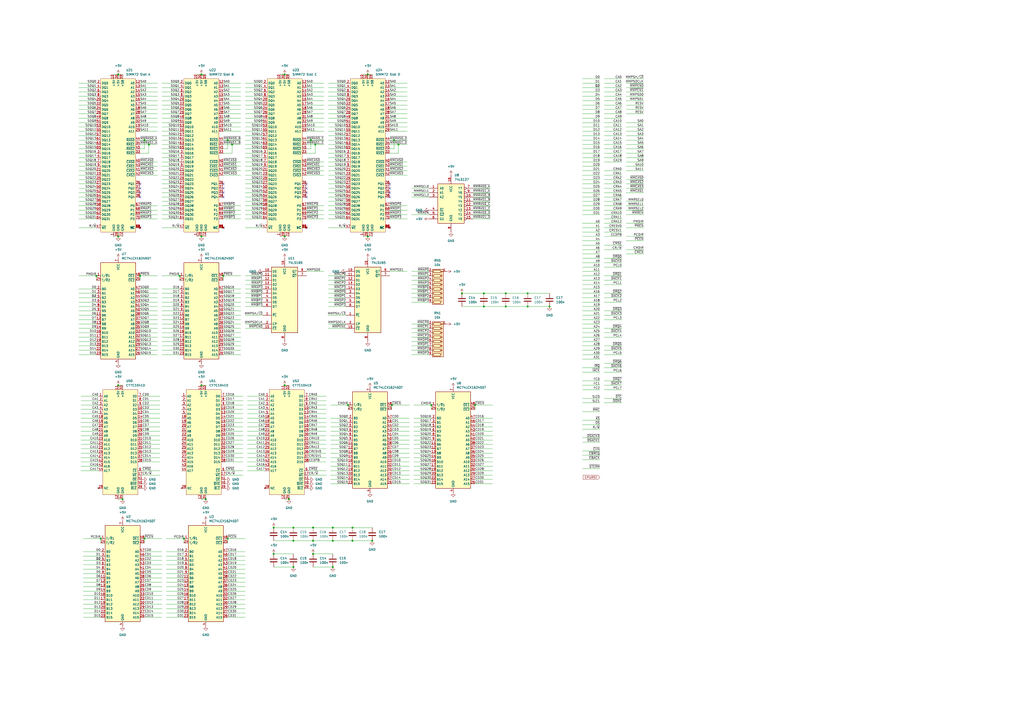
<source format=kicad_sch>
(kicad_sch (version 20230121) (generator eeschema)
  (paper "A2")
  (junction (at 158.75 306.07))
  (junction (at 231.14 83.82))
  (junction (at 193.04 328.93))
  (junction (at 275.59 234.95))
  (junction (at 204.47 306.07))
  (junction (at 180.34 81.28))
  (junction (at 116.84 137.16))
  (junction (at 181.61 321.31))
  (junction (at 167.64 289.56))
  (junction (at 106.68 312.42))
  (junction (at 215.9 313.69))
  (junction (at 86.36 83.82))
  (junction (at 119.38 289.56))
  (junction (at 227.33 234.95))
  (junction (at 134.62 83.82))
  (junction (at 83.82 312.42))
  (junction (at 81.28 160.02))
  (junction (at 306.07 170.18))
  (junction (at 116.84 43.18))
  (junction (at 58.42 312.42))
  (junction (at 293.37 170.18))
  (junction (at 250.19 234.95))
  (junction (at 280.67 170.18))
  (junction (at 204.47 313.69))
  (junction (at 293.37 177.8))
  (junction (at 129.54 160.02))
  (junction (at 181.61 306.07))
  (junction (at 201.93 234.95))
  (junction (at 182.88 83.82))
  (junction (at 193.04 306.07))
  (junction (at 83.82 81.28))
  (junction (at 165.1 223.52))
  (junction (at 306.07 177.8))
  (junction (at 170.18 313.69))
  (junction (at 71.12 289.56))
  (junction (at 170.18 306.07))
  (junction (at 68.58 43.18))
  (junction (at 280.67 177.8))
  (junction (at 181.61 313.69))
  (junction (at 267.97 170.18))
  (junction (at 170.18 328.93))
  (junction (at 165.1 43.18))
  (junction (at 318.77 177.8))
  (junction (at 132.08 312.42))
  (junction (at 68.58 137.16))
  (junction (at 213.36 43.18))
  (junction (at 193.04 313.69))
  (junction (at 116.84 223.52))
  (junction (at 132.08 81.28))
  (junction (at 213.36 137.16))
  (junction (at 228.6 81.28))
  (junction (at 55.88 160.02))
  (junction (at 165.1 137.16))
  (junction (at 104.14 160.02))
  (junction (at 158.75 321.31))
  (junction (at 68.58 223.52))
  (no_connect (at 226.06 109.22))
  (no_connect (at 177.8 109.22))
  (no_connect (at 129.54 132.08))
  (no_connect (at 226.06 111.76))
  (no_connect (at 226.06 114.3))
  (no_connect (at 81.28 106.68))
  (no_connect (at 177.8 132.08))
  (no_connect (at 129.54 109.22))
  (no_connect (at 177.8 111.76))
  (no_connect (at 177.8 106.68))
  (no_connect (at 81.28 114.3))
  (no_connect (at 129.54 111.76))
  (no_connect (at 226.06 106.68))
  (no_connect (at 81.28 111.76))
  (no_connect (at 226.06 132.08))
  (no_connect (at 129.54 114.3))
  (no_connect (at 81.28 109.22))
  (no_connect (at 177.8 114.3))
  (no_connect (at 81.28 132.08))
  (no_connect (at 129.54 106.68))
  (wire (pts (xy 337.82 254) (xy 347.98 254)))
  (wire (pts (xy 337.82 114.3) (xy 347.98 114.3)))
  (wire (pts (xy 142.24 93.98) (xy 152.4 93.98)))
  (wire (pts (xy 83.82 320.04) (xy 93.98 320.04)))
  (wire (pts (xy 200.66 167.64) (xy 190.5 167.64)))
  (wire (pts (xy 350.52 213.36) (xy 360.68 213.36)))
  (wire (pts (xy 104.14 160.02) (xy 104.14 162.56)))
  (wire (pts (xy 48.26 337.82) (xy 58.42 337.82)))
  (wire (pts (xy 132.08 332.74) (xy 142.24 332.74)))
  (wire (pts (xy 96.52 347.98) (xy 106.68 347.98)))
  (wire (pts (xy 91.44 167.64) (xy 81.28 167.64)))
  (wire (pts (xy 83.82 350.52) (xy 93.98 350.52)))
  (wire (pts (xy 337.82 116.84) (xy 347.98 116.84)))
  (wire (pts (xy 142.24 127) (xy 152.4 127)))
  (wire (pts (xy 57.15 229.87) (xy 46.99 229.87)))
  (wire (pts (xy 190.5 101.6) (xy 200.66 101.6)))
  (wire (pts (xy 226.06 63.5) (xy 236.22 63.5)))
  (wire (pts (xy 139.7 185.42) (xy 129.54 185.42)))
  (wire (pts (xy 227.33 260.35) (xy 237.49 260.35)))
  (wire (pts (xy 93.98 200.66) (xy 104.14 200.66)))
  (wire (pts (xy 274.32 119.38) (xy 284.48 119.38)))
  (wire (pts (xy 179.07 250.19) (xy 189.23 250.19)))
  (wire (pts (xy 106.68 312.42) (xy 96.52 312.42)))
  (wire (pts (xy 142.24 71.12) (xy 152.4 71.12)))
  (wire (pts (xy 360.68 45.72) (xy 350.52 45.72)))
  (wire (pts (xy 360.68 119.38) (xy 350.52 119.38)))
  (wire (pts (xy 82.55 260.35) (xy 92.71 260.35)))
  (wire (pts (xy 337.82 231.14) (xy 347.98 231.14)))
  (wire (pts (xy 227.33 257.81) (xy 237.49 257.81)))
  (wire (pts (xy 93.98 193.04) (xy 104.14 193.04)))
  (wire (pts (xy 177.8 76.2) (xy 187.96 76.2)))
  (wire (pts (xy 45.72 99.06) (xy 55.88 99.06)))
  (wire (pts (xy 193.04 306.07) (xy 204.47 306.07)))
  (wire (pts (xy 360.68 104.14) (xy 350.52 104.14)))
  (wire (pts (xy 142.24 50.8) (xy 152.4 50.8)))
  (wire (pts (xy 201.93 234.95) (xy 201.93 237.49)))
  (wire (pts (xy 130.81 257.81) (xy 140.97 257.81)))
  (wire (pts (xy 48.26 353.06) (xy 58.42 353.06)))
  (wire (pts (xy 129.54 83.82) (xy 134.62 83.82)))
  (wire (pts (xy 191.77 257.81) (xy 201.93 257.81)))
  (wire (pts (xy 142.24 60.96) (xy 152.4 60.96)))
  (wire (pts (xy 248.92 167.64) (xy 238.76 167.64)))
  (wire (pts (xy 152.4 167.64) (xy 142.24 167.64)))
  (wire (pts (xy 179.07 275.59) (xy 189.23 275.59)))
  (wire (pts (xy 139.7 198.12) (xy 129.54 198.12)))
  (wire (pts (xy 93.98 170.18) (xy 104.14 170.18)))
  (wire (pts (xy 152.4 187.96) (xy 142.24 187.96)))
  (wire (pts (xy 93.98 78.74) (xy 104.14 78.74)))
  (wire (pts (xy 132.08 345.44) (xy 142.24 345.44)))
  (wire (pts (xy 191.77 245.11) (xy 201.93 245.11)))
  (wire (pts (xy 226.06 121.92) (xy 236.22 121.92)))
  (wire (pts (xy 337.82 99.06) (xy 347.98 99.06)))
  (wire (pts (xy 130.81 247.65) (xy 140.97 247.65)))
  (wire (pts (xy 201.93 234.95) (xy 191.77 234.95)))
  (wire (pts (xy 337.82 147.32) (xy 347.98 147.32)))
  (wire (pts (xy 337.82 154.94) (xy 347.98 154.94)))
  (wire (pts (xy 360.68 106.68) (xy 350.52 106.68)))
  (wire (pts (xy 93.98 109.22) (xy 104.14 109.22)))
  (wire (pts (xy 240.03 255.27) (xy 250.19 255.27)))
  (wire (pts (xy 373.38 147.32) (xy 363.22 147.32)))
  (wire (pts (xy 337.82 185.42) (xy 347.98 185.42)))
  (wire (pts (xy 81.28 68.58) (xy 91.44 68.58)))
  (wire (pts (xy 132.08 335.28) (xy 142.24 335.28)))
  (wire (pts (xy 337.82 248.92) (xy 347.98 248.92)))
  (wire (pts (xy 274.32 116.84) (xy 284.48 116.84)))
  (wire (pts (xy 373.38 129.54) (xy 363.22 129.54)))
  (wire (pts (xy 93.98 86.36) (xy 104.14 86.36)))
  (wire (pts (xy 45.72 109.22) (xy 55.88 109.22)))
  (wire (pts (xy 226.06 68.58) (xy 236.22 68.58)))
  (wire (pts (xy 193.04 313.69) (xy 181.61 313.69)))
  (wire (pts (xy 96.52 332.74) (xy 106.68 332.74)))
  (wire (pts (xy 337.82 177.8) (xy 347.98 177.8)))
  (wire (pts (xy 129.54 101.6) (xy 139.7 101.6)))
  (wire (pts (xy 200.66 170.18) (xy 190.5 170.18)))
  (wire (pts (xy 142.24 88.9) (xy 152.4 88.9)))
  (wire (pts (xy 360.68 50.8) (xy 350.52 50.8)))
  (wire (pts (xy 248.92 205.74) (xy 238.76 205.74)))
  (wire (pts (xy 48.26 330.2) (xy 58.42 330.2)))
  (wire (pts (xy 142.24 99.06) (xy 152.4 99.06)))
  (wire (pts (xy 81.28 81.28) (xy 83.82 81.28)))
  (wire (pts (xy 177.8 53.34) (xy 187.96 53.34)))
  (wire (pts (xy 57.15 270.51) (xy 46.99 270.51)))
  (wire (pts (xy 226.06 88.9) (xy 231.14 88.9)))
  (wire (pts (xy 93.98 175.26) (xy 104.14 175.26)))
  (wire (pts (xy 83.82 358.14) (xy 93.98 358.14)))
  (wire (pts (xy 142.24 86.36) (xy 152.4 86.36)))
  (wire (pts (xy 45.72 190.5) (xy 55.88 190.5)))
  (wire (pts (xy 275.59 278.13) (xy 285.75 278.13)))
  (wire (pts (xy 337.82 63.5) (xy 347.98 63.5)))
  (wire (pts (xy 142.24 48.26) (xy 152.4 48.26)))
  (wire (pts (xy 139.7 205.74) (xy 129.54 205.74)))
  (wire (pts (xy 132.08 320.04) (xy 142.24 320.04)))
  (wire (pts (xy 337.82 180.34) (xy 347.98 180.34)))
  (wire (pts (xy 360.68 127) (xy 350.52 127)))
  (wire (pts (xy 129.54 160.02) (xy 129.54 162.56)))
  (wire (pts (xy 93.98 203.2) (xy 104.14 203.2)))
  (wire (pts (xy 83.82 312.42) (xy 93.98 312.42)))
  (wire (pts (xy 350.52 162.56) (xy 360.68 162.56)))
  (wire (pts (xy 337.82 48.26) (xy 347.98 48.26)))
  (wire (pts (xy 179.07 262.89) (xy 189.23 262.89)))
  (wire (pts (xy 228.6 86.36) (xy 228.6 81.28)))
  (wire (pts (xy 275.59 242.57) (xy 285.75 242.57)))
  (wire (pts (xy 337.82 96.52) (xy 347.98 96.52)))
  (wire (pts (xy 226.06 58.42) (xy 236.22 58.42)))
  (wire (pts (xy 130.81 234.95) (xy 140.97 234.95)))
  (wire (pts (xy 275.59 270.51) (xy 285.75 270.51)))
  (wire (pts (xy 130.81 260.35) (xy 140.97 260.35)))
  (wire (pts (xy 142.24 132.08) (xy 152.4 132.08)))
  (wire (pts (xy 337.82 160.02) (xy 347.98 160.02)))
  (wire (pts (xy 190.5 66.04) (xy 200.66 66.04)))
  (wire (pts (xy 373.38 55.88) (xy 363.22 55.88)))
  (wire (pts (xy 177.8 66.04) (xy 187.96 66.04)))
  (wire (pts (xy 226.06 101.6) (xy 236.22 101.6)))
  (wire (pts (xy 360.68 73.66) (xy 350.52 73.66)))
  (wire (pts (xy 58.42 312.42) (xy 58.42 314.96)))
  (wire (pts (xy 179.07 257.81) (xy 189.23 257.81)))
  (wire (pts (xy 275.59 275.59) (xy 285.75 275.59)))
  (wire (pts (xy 191.77 242.57) (xy 201.93 242.57)))
  (wire (pts (xy 48.26 358.14) (xy 58.42 358.14)))
  (wire (pts (xy 93.98 81.28) (xy 104.14 81.28)))
  (wire (pts (xy 153.67 257.81) (xy 143.51 257.81)))
  (wire (pts (xy 190.5 71.12) (xy 200.66 71.12)))
  (wire (pts (xy 337.82 142.24) (xy 347.98 142.24)))
  (wire (pts (xy 240.03 247.65) (xy 250.19 247.65)))
  (wire (pts (xy 142.24 109.22) (xy 152.4 109.22)))
  (wire (pts (xy 337.82 132.08) (xy 347.98 132.08)))
  (wire (pts (xy 93.98 167.64) (xy 104.14 167.64)))
  (wire (pts (xy 373.38 63.5) (xy 363.22 63.5)))
  (wire (pts (xy 191.77 247.65) (xy 201.93 247.65)))
  (wire (pts (xy 181.61 321.31) (xy 193.04 321.31)))
  (wire (pts (xy 213.36 43.18) (xy 215.9 43.18)))
  (wire (pts (xy 57.15 250.19) (xy 46.99 250.19)))
  (wire (pts (xy 360.68 124.46) (xy 350.52 124.46)))
  (wire (pts (xy 96.52 342.9) (xy 106.68 342.9)))
  (wire (pts (xy 81.28 127) (xy 91.44 127)))
  (wire (pts (xy 190.5 50.8) (xy 200.66 50.8)))
  (wire (pts (xy 200.66 190.5) (xy 190.5 190.5)))
  (wire (pts (xy 226.06 93.98) (xy 236.22 93.98)))
  (wire (pts (xy 227.33 275.59) (xy 237.49 275.59)))
  (wire (pts (xy 93.98 124.46) (xy 104.14 124.46)))
  (wire (pts (xy 226.06 73.66) (xy 236.22 73.66)))
  (wire (pts (xy 81.28 48.26) (xy 91.44 48.26)))
  (wire (pts (xy 93.98 116.84) (xy 104.14 116.84)))
  (wire (pts (xy 347.98 213.36) (xy 337.82 213.36)))
  (wire (pts (xy 83.82 325.12) (xy 93.98 325.12)))
  (wire (pts (xy 190.5 55.88) (xy 200.66 55.88)))
  (wire (pts (xy 275.59 234.95) (xy 275.59 237.49)))
  (wire (pts (xy 373.38 83.82) (xy 363.22 83.82)))
  (wire (pts (xy 337.82 121.92) (xy 347.98 121.92)))
  (wire (pts (xy 248.92 193.04) (xy 238.76 193.04)))
  (wire (pts (xy 81.28 60.96) (xy 91.44 60.96)))
  (wire (pts (xy 373.38 66.04) (xy 363.22 66.04)))
  (wire (pts (xy 68.58 223.52) (xy 71.12 223.52)))
  (wire (pts (xy 142.24 106.68) (xy 152.4 106.68)))
  (wire (pts (xy 200.66 182.88) (xy 190.5 182.88)))
  (wire (pts (xy 177.8 119.38) (xy 187.96 119.38)))
  (wire (pts (xy 48.26 345.44) (xy 58.42 345.44)))
  (wire (pts (xy 96.52 327.66) (xy 106.68 327.66)))
  (wire (pts (xy 129.54 99.06) (xy 139.7 99.06)))
  (wire (pts (xy 93.98 83.82) (xy 104.14 83.82)))
  (wire (pts (xy 347.98 215.9) (xy 337.82 215.9)))
  (wire (pts (xy 81.28 99.06) (xy 91.44 99.06)))
  (wire (pts (xy 129.54 119.38) (xy 139.7 119.38)))
  (wire (pts (xy 227.33 245.11) (xy 237.49 245.11)))
  (wire (pts (xy 130.81 240.03) (xy 140.97 240.03)))
  (wire (pts (xy 337.82 78.74) (xy 347.98 78.74)))
  (wire (pts (xy 350.52 203.2) (xy 360.68 203.2)))
  (wire (pts (xy 350.52 233.68) (xy 360.68 233.68)))
  (wire (pts (xy 373.38 45.72) (xy 363.22 45.72)))
  (wire (pts (xy 142.24 58.42) (xy 152.4 58.42)))
  (wire (pts (xy 337.82 55.88) (xy 347.98 55.88)))
  (wire (pts (xy 93.98 66.04) (xy 104.14 66.04)))
  (wire (pts (xy 132.08 312.42) (xy 132.08 314.96)))
  (wire (pts (xy 45.72 205.74) (xy 55.88 205.74)))
  (wire (pts (xy 83.82 322.58) (xy 93.98 322.58)))
  (wire (pts (xy 83.82 86.36) (xy 83.82 81.28)))
  (wire (pts (xy 306.07 170.18) (xy 318.77 170.18)))
  (wire (pts (xy 360.68 134.62) (xy 350.52 134.62)))
  (wire (pts (xy 82.55 240.03) (xy 92.71 240.03)))
  (wire (pts (xy 81.28 58.42) (xy 91.44 58.42)))
  (wire (pts (xy 337.82 104.14) (xy 347.98 104.14)))
  (wire (pts (xy 132.08 322.58) (xy 142.24 322.58)))
  (wire (pts (xy 337.82 137.16) (xy 347.98 137.16)))
  (wire (pts (xy 130.81 262.89) (xy 140.97 262.89)))
  (wire (pts (xy 66.04 43.18) (xy 68.58 43.18)))
  (wire (pts (xy 142.24 101.6) (xy 152.4 101.6)))
  (wire (pts (xy 190.5 132.08) (xy 200.66 132.08)))
  (wire (pts (xy 129.54 86.36) (xy 132.08 86.36)))
  (wire (pts (xy 179.07 267.97) (xy 189.23 267.97)))
  (wire (pts (xy 177.8 96.52) (xy 187.96 96.52)))
  (wire (pts (xy 83.82 342.9) (xy 93.98 342.9)))
  (wire (pts (xy 280.67 170.18) (xy 293.37 170.18)))
  (wire (pts (xy 177.8 68.58) (xy 187.96 68.58)))
  (wire (pts (xy 193.04 328.93) (xy 181.61 328.93)))
  (wire (pts (xy 139.7 170.18) (xy 129.54 170.18)))
  (wire (pts (xy 275.59 234.95) (xy 285.75 234.95)))
  (wire (pts (xy 116.84 137.16) (xy 119.38 137.16)))
  (wire (pts (xy 337.82 243.84) (xy 347.98 243.84)))
  (wire (pts (xy 204.47 306.07) (xy 215.9 306.07)))
  (wire (pts (xy 179.07 237.49) (xy 189.23 237.49)))
  (wire (pts (xy 82.55 275.59) (xy 92.71 275.59)))
  (wire (pts (xy 179.07 242.57) (xy 189.23 242.57)))
  (wire (pts (xy 81.28 101.6) (xy 91.44 101.6)))
  (wire (pts (xy 248.92 109.22) (xy 238.76 109.22)))
  (wire (pts (xy 248.92 170.18) (xy 238.76 170.18)))
  (wire (pts (xy 337.82 165.1) (xy 347.98 165.1)))
  (wire (pts (xy 142.24 83.82) (xy 152.4 83.82)))
  (wire (pts (xy 275.59 267.97) (xy 285.75 267.97)))
  (wire (pts (xy 280.67 177.8) (xy 293.37 177.8)))
  (wire (pts (xy 153.67 245.11) (xy 143.51 245.11)))
  (wire (pts (xy 142.24 53.34) (xy 152.4 53.34)))
  (wire (pts (xy 337.82 124.46) (xy 347.98 124.46)))
  (wire (pts (xy 227.33 267.97) (xy 237.49 267.97)))
  (wire (pts (xy 114.3 43.18) (xy 116.84 43.18)))
  (wire (pts (xy 153.67 234.95) (xy 143.51 234.95)))
  (wire (pts (xy 83.82 312.42) (xy 83.82 314.96)))
  (wire (pts (xy 350.52 200.66) (xy 360.68 200.66)))
  (wire (pts (xy 81.28 76.2) (xy 91.44 76.2)))
  (wire (pts (xy 45.72 66.04) (xy 55.88 66.04)))
  (wire (pts (xy 81.28 83.82) (xy 86.36 83.82)))
  (wire (pts (xy 177.8 101.6) (xy 187.96 101.6)))
  (wire (pts (xy 82.55 247.65) (xy 92.71 247.65)))
  (wire (pts (xy 373.38 99.06) (xy 363.22 99.06)))
  (wire (pts (xy 142.24 63.5) (xy 152.4 63.5)))
  (wire (pts (xy 116.84 43.18) (xy 119.38 43.18)))
  (wire (pts (xy 91.44 190.5) (xy 81.28 190.5)))
  (wire (pts (xy 132.08 327.66) (xy 142.24 327.66)))
  (wire (pts (xy 129.54 55.88) (xy 139.7 55.88)))
  (wire (pts (xy 153.67 242.57) (xy 143.51 242.57)))
  (wire (pts (xy 226.06 76.2) (xy 236.22 76.2)))
  (wire (pts (xy 96.52 325.12) (xy 106.68 325.12)))
  (wire (pts (xy 86.36 83.82) (xy 86.36 88.9)))
  (wire (pts (xy 350.52 185.42) (xy 360.68 185.42)))
  (wire (pts (xy 91.44 177.8) (xy 81.28 177.8)))
  (wire (pts (xy 132.08 325.12) (xy 142.24 325.12)))
  (wire (pts (xy 45.72 86.36) (xy 55.88 86.36)))
  (wire (pts (xy 350.52 223.52) (xy 360.68 223.52)))
  (wire (pts (xy 373.38 96.52) (xy 363.22 96.52)))
  (wire (pts (xy 179.07 252.73) (xy 189.23 252.73)))
  (wire (pts (xy 45.72 50.8) (xy 55.88 50.8)))
  (wire (pts (xy 45.72 187.96) (xy 55.88 187.96)))
  (wire (pts (xy 179.07 255.27) (xy 189.23 255.27)))
  (wire (pts (xy 350.52 175.26) (xy 360.68 175.26)))
  (wire (pts (xy 200.66 175.26) (xy 190.5 175.26)))
  (wire (pts (xy 350.52 149.86) (xy 360.68 149.86)))
  (wire (pts (xy 337.82 157.48) (xy 347.98 157.48)))
  (wire (pts (xy 306.07 177.8) (xy 318.77 177.8)))
  (wire (pts (xy 152.4 182.88) (xy 142.24 182.88)))
  (wire (pts (xy 240.03 273.05) (xy 250.19 273.05)))
  (wire (pts (xy 57.15 255.27) (xy 46.99 255.27)))
  (wire (pts (xy 93.98 60.96) (xy 104.14 60.96)))
  (wire (pts (xy 360.68 76.2) (xy 350.52 76.2)))
  (wire (pts (xy 227.33 255.27) (xy 237.49 255.27)))
  (wire (pts (xy 132.08 355.6) (xy 142.24 355.6)))
  (wire (pts (xy 48.26 350.52) (xy 58.42 350.52)))
  (wire (pts (xy 45.72 55.88) (xy 55.88 55.88)))
  (wire (pts (xy 350.52 154.94) (xy 360.68 154.94)))
  (wire (pts (xy 93.98 180.34) (xy 104.14 180.34)))
  (wire (pts (xy 81.28 96.52) (xy 91.44 96.52)))
  (wire (pts (xy 231.14 83.82) (xy 236.22 83.82)))
  (wire (pts (xy 179.07 265.43) (xy 189.23 265.43)))
  (wire (pts (xy 45.72 101.6) (xy 55.88 101.6)))
  (wire (pts (xy 177.8 63.5) (xy 187.96 63.5)))
  (wire (pts (xy 227.33 234.95) (xy 237.49 234.95)))
  (wire (pts (xy 96.52 345.44) (xy 106.68 345.44)))
  (wire (pts (xy 177.8 71.12) (xy 187.96 71.12)))
  (wire (pts (xy 267.97 170.18) (xy 280.67 170.18)))
  (wire (pts (xy 191.77 267.97) (xy 201.93 267.97)))
  (wire (pts (xy 114.3 137.16) (xy 116.84 137.16)))
  (wire (pts (xy 130.81 255.27) (xy 140.97 255.27)))
  (wire (pts (xy 165.1 43.18) (xy 167.64 43.18)))
  (wire (pts (xy 134.62 83.82) (xy 139.7 83.82)))
  (wire (pts (xy 337.82 223.52) (xy 347.98 223.52)))
  (wire (pts (xy 93.98 132.08) (xy 104.14 132.08)))
  (wire (pts (xy 360.68 71.12) (xy 350.52 71.12)))
  (wire (pts (xy 190.5 121.92) (xy 200.66 121.92)))
  (wire (pts (xy 57.15 234.95) (xy 46.99 234.95)))
  (wire (pts (xy 167.64 289.56) (xy 165.1 289.56)))
  (wire (pts (xy 93.98 101.6) (xy 104.14 101.6)))
  (wire (pts (xy 182.88 88.9) (xy 182.88 83.82)))
  (wire (pts (xy 153.67 252.73) (xy 143.51 252.73)))
  (wire (pts (xy 240.03 278.13) (xy 250.19 278.13)))
  (wire (pts (xy 190.5 86.36) (xy 200.66 86.36)))
  (wire (pts (xy 93.98 68.58) (xy 104.14 68.58)))
  (wire (pts (xy 337.82 205.74) (xy 347.98 205.74)))
  (wire (pts (xy 360.68 55.88) (xy 350.52 55.88)))
  (wire (pts (xy 81.28 55.88) (xy 91.44 55.88)))
  (wire (pts (xy 71.12 289.56) (xy 68.58 289.56)))
  (wire (pts (xy 177.8 127) (xy 187.96 127)))
  (wire (pts (xy 190.5 91.44) (xy 200.66 91.44)))
  (wire (pts (xy 45.72 121.92) (xy 55.88 121.92)))
  (wire (pts (xy 130.81 242.57) (xy 140.97 242.57)))
  (wire (pts (xy 45.72 111.76) (xy 55.88 111.76)))
  (wire (pts (xy 274.32 109.22) (xy 284.48 109.22)))
  (wire (pts (xy 83.82 353.06) (xy 93.98 353.06)))
  (wire (pts (xy 227.33 247.65) (xy 237.49 247.65)))
  (wire (pts (xy 153.67 267.97) (xy 143.51 267.97)))
  (wire (pts (xy 190.5 109.22) (xy 200.66 109.22)))
  (wire (pts (xy 86.36 88.9) (xy 81.28 88.9)))
  (wire (pts (xy 57.15 265.43) (xy 46.99 265.43)))
  (wire (pts (xy 142.24 124.46) (xy 152.4 124.46)))
  (wire (pts (xy 142.24 68.58) (xy 152.4 68.58)))
  (wire (pts (xy 373.38 119.38) (xy 363.22 119.38)))
  (wire (pts (xy 274.32 127) (xy 284.48 127)))
  (wire (pts (xy 240.03 245.11) (xy 250.19 245.11)))
  (wire (pts (xy 373.38 111.76) (xy 363.22 111.76)))
  (wire (pts (xy 132.08 81.28) (xy 139.7 81.28)))
  (wire (pts (xy 337.82 50.8) (xy 347.98 50.8)))
  (wire (pts (xy 177.8 81.28) (xy 180.34 81.28)))
  (wire (pts (xy 45.72 91.44) (xy 55.88 91.44)))
  (wire (pts (xy 337.82 144.78) (xy 347.98 144.78)))
  (wire (pts (xy 177.8 83.82) (xy 182.88 83.82)))
  (wire (pts (xy 337.82 73.66) (xy 347.98 73.66)))
  (wire (pts (xy 91.44 198.12) (xy 81.28 198.12)))
  (wire (pts (xy 191.77 280.67) (xy 201.93 280.67)))
  (wire (pts (xy 45.72 200.66) (xy 55.88 200.66)))
  (wire (pts (xy 139.7 167.64) (xy 129.54 167.64)))
  (wire (pts (xy 337.82 149.86) (xy 347.98 149.86)))
  (wire (pts (xy 337.82 129.54) (xy 347.98 129.54)))
  (wire (pts (xy 142.24 116.84) (xy 152.4 116.84)))
  (wire (pts (xy 152.4 170.18) (xy 142.24 170.18)))
  (wire (pts (xy 248.92 187.96) (xy 238.76 187.96)))
  (wire (pts (xy 360.68 66.04) (xy 350.52 66.04)))
  (wire (pts (xy 153.67 247.65) (xy 143.51 247.65)))
  (wire (pts (xy 190.5 63.5) (xy 200.66 63.5)))
  (wire (pts (xy 93.98 185.42) (xy 104.14 185.42)))
  (wire (pts (xy 373.38 50.8) (xy 363.22 50.8)))
  (wire (pts (xy 360.68 109.22) (xy 350.52 109.22)))
  (wire (pts (xy 200.66 160.02) (xy 190.5 160.02)))
  (wire (pts (xy 226.06 86.36) (xy 228.6 86.36)))
  (wire (pts (xy 91.44 203.2) (xy 81.28 203.2)))
  (wire (pts (xy 142.24 66.04) (xy 152.4 66.04)))
  (wire (pts (xy 350.52 152.4) (xy 360.68 152.4)))
  (wire (pts (xy 57.15 252.73) (xy 46.99 252.73)))
  (wire (pts (xy 48.26 327.66) (xy 58.42 327.66)))
  (wire (pts (xy 360.68 81.28) (xy 350.52 81.28)))
  (wire (pts (xy 129.54 160.02) (xy 139.7 160.02)))
  (wire (pts (xy 82.55 262.89) (xy 92.71 262.89)))
  (wire (pts (xy 240.03 280.67) (xy 250.19 280.67)))
  (wire (pts (xy 373.38 86.36) (xy 363.22 86.36)))
  (wire (pts (xy 82.55 252.73) (xy 92.71 252.73)))
  (wire (pts (xy 350.52 180.34) (xy 360.68 180.34)))
  (wire (pts (xy 142.24 114.3) (xy 152.4 114.3)))
  (wire (pts (xy 139.7 172.72) (xy 129.54 172.72)))
  (wire (pts (xy 139.7 180.34) (xy 129.54 180.34)))
  (wire (pts (xy 93.98 106.68) (xy 104.14 106.68)))
  (wire (pts (xy 177.8 73.66) (xy 187.96 73.66)))
  (wire (pts (xy 191.77 250.19) (xy 201.93 250.19)))
  (wire (pts (xy 337.82 193.04) (xy 347.98 193.04)))
  (wire (pts (xy 119.38 289.56) (xy 116.84 289.56)))
  (wire (pts (xy 293.37 170.18) (xy 306.07 170.18)))
  (wire (pts (xy 45.72 60.96) (xy 55.88 60.96)))
  (wire (pts (xy 337.82 175.26) (xy 347.98 175.26)))
  (wire (pts (xy 57.15 273.05) (xy 46.99 273.05)))
  (wire (pts (xy 170.18 306.07) (xy 181.61 306.07)))
  (wire (pts (xy 274.32 114.3) (xy 284.48 114.3)))
  (wire (pts (xy 129.54 63.5) (xy 139.7 63.5)))
  (wire (pts (xy 350.52 195.58) (xy 360.68 195.58)))
  (wire (pts (xy 267.97 177.8) (xy 280.67 177.8)))
  (wire (pts (xy 275.59 247.65) (xy 285.75 247.65)))
  (wire (pts (xy 82.55 265.43) (xy 92.71 265.43)))
  (wire (pts (xy 96.52 358.14) (xy 106.68 358.14)))
  (wire (pts (xy 360.68 137.16) (xy 350.52 137.16)))
  (wire (pts (xy 132.08 347.98) (xy 142.24 347.98)))
  (wire (pts (xy 81.28 119.38) (xy 91.44 119.38)))
  (wire (pts (xy 45.72 127) (xy 55.88 127)))
  (wire (pts (xy 191.77 278.13) (xy 201.93 278.13)))
  (wire (pts (xy 129.54 96.52) (xy 139.7 96.52)))
  (wire (pts (xy 190.5 68.58) (xy 200.66 68.58)))
  (wire (pts (xy 210.82 43.18) (xy 213.36 43.18)))
  (wire (pts (xy 190.5 88.9) (xy 200.66 88.9)))
  (wire (pts (xy 177.8 48.26) (xy 187.96 48.26)))
  (wire (pts (xy 165.1 137.16) (xy 167.64 137.16)))
  (wire (pts (xy 177.8 58.42) (xy 187.96 58.42)))
  (wire (pts (xy 48.26 355.6) (xy 58.42 355.6)))
  (wire (pts (xy 337.82 261.62) (xy 347.98 261.62)))
  (wire (pts (xy 373.38 106.68) (xy 363.22 106.68)))
  (wire (pts (xy 81.28 160.02) (xy 91.44 160.02)))
  (wire (pts (xy 337.82 53.34) (xy 347.98 53.34)))
  (wire (pts (xy 132.08 353.06) (xy 142.24 353.06)))
  (wire (pts (xy 227.33 280.67) (xy 237.49 280.67)))
  (wire (pts (xy 83.82 327.66) (xy 93.98 327.66)))
  (wire (pts (xy 226.06 71.12) (xy 236.22 71.12)))
  (wire (pts (xy 57.15 242.57) (xy 46.99 242.57)))
  (wire (pts (xy 179.07 247.65) (xy 189.23 247.65)))
  (wire (pts (xy 57.15 232.41) (xy 46.99 232.41)))
  (wire (pts (xy 248.92 195.58) (xy 238.76 195.58)))
  (wire (pts (xy 58.42 312.42) (xy 48.26 312.42)))
  (wire (pts (xy 132.08 337.82) (xy 142.24 337.82)))
  (wire (pts (xy 82.55 242.57) (xy 92.71 242.57)))
  (wire (pts (xy 82.55 250.19) (xy 92.71 250.19)))
  (wire (pts (xy 96.52 337.82) (xy 106.68 337.82)))
  (wire (pts (xy 130.81 229.87) (xy 140.97 229.87)))
  (wire (pts (xy 57.15 260.35) (xy 46.99 260.35)))
  (wire (pts (xy 350.52 172.72) (xy 360.68 172.72)))
  (wire (pts (xy 91.44 193.04) (xy 81.28 193.04)))
  (wire (pts (xy 142.24 104.14) (xy 152.4 104.14)))
  (wire (pts (xy 337.82 195.58) (xy 347.98 195.58)))
  (wire (pts (xy 360.68 86.36) (xy 350.52 86.36)))
  (wire (pts (xy 81.28 121.92) (xy 91.44 121.92)))
  (wire (pts (xy 228.6 81.28) (xy 236.22 81.28)))
  (wire (pts (xy 55.88 160.02) (xy 45.72 160.02)))
  (wire (pts (xy 337.82 198.12) (xy 347.98 198.12)))
  (wire (pts (xy 248.92 198.12) (xy 238.76 198.12)))
  (wire (pts (xy 142.24 81.28) (xy 152.4 81.28)))
  (wire (pts (xy 227.33 234.95) (xy 227.33 237.49)))
  (wire (pts (xy 45.72 58.42) (xy 55.88 58.42)))
  (wire (pts (xy 142.24 119.38) (xy 152.4 119.38)))
  (wire (pts (xy 177.8 88.9) (xy 182.88 88.9)))
  (wire (pts (xy 91.44 195.58) (xy 81.28 195.58)))
  (wire (pts (xy 190.5 114.3) (xy 200.66 114.3)))
  (wire (pts (xy 337.82 119.38) (xy 347.98 119.38)))
  (wire (pts (xy 45.72 106.68) (xy 55.88 106.68)))
  (wire (pts (xy 153.67 229.87) (xy 143.51 229.87)))
  (wire (pts (xy 177.8 99.06) (xy 187.96 99.06)))
  (wire (pts (xy 337.82 106.68) (xy 347.98 106.68)))
  (wire (pts (xy 45.72 172.72) (xy 55.88 172.72)))
  (wire (pts (xy 250.19 234.95) (xy 240.03 234.95)))
  (wire (pts (xy 248.92 114.3) (xy 238.76 114.3)))
  (wire (pts (xy 93.98 182.88) (xy 104.14 182.88)))
  (wire (pts (xy 45.72 78.74) (xy 55.88 78.74)))
  (wire (pts (xy 83.82 81.28) (xy 91.44 81.28)))
  (wire (pts (xy 45.72 63.5) (xy 55.88 63.5)))
  (wire (pts (xy 350.52 231.14) (xy 360.68 231.14)))
  (wire (pts (xy 179.07 273.05) (xy 189.23 273.05)))
  (wire (pts (xy 82.55 232.41) (xy 92.71 232.41)))
  (wire (pts (xy 81.28 66.04) (xy 91.44 66.04)))
  (wire (pts (xy 81.28 71.12) (xy 91.44 71.12)))
  (wire (pts (xy 180.34 86.36) (xy 180.34 81.28)))
  (wire (pts (xy 45.72 185.42) (xy 55.88 185.42)))
  (wire (pts (xy 350.52 190.5) (xy 360.68 190.5)))
  (wire (pts (xy 275.59 260.35) (xy 285.75 260.35)))
  (wire (pts (xy 227.33 273.05) (xy 237.49 273.05)))
  (wire (pts (xy 48.26 340.36) (xy 58.42 340.36)))
  (wire (pts (xy 360.68 116.84) (xy 350.52 116.84)))
  (wire (pts (xy 93.98 172.72) (xy 104.14 172.72)))
  (wire (pts (xy 68.58 137.16) (xy 71.12 137.16)))
  (wire (pts (xy 152.4 175.26) (xy 142.24 175.26)))
  (wire (pts (xy 191.77 270.51) (xy 201.93 270.51)))
  (wire (pts (xy 83.82 337.82) (xy 93.98 337.82)))
  (wire (pts (xy 337.82 256.54) (xy 347.98 256.54)))
  (wire (pts (xy 337.82 167.64) (xy 347.98 167.64)))
  (wire (pts (xy 139.7 193.04) (xy 129.54 193.04)))
  (wire (pts (xy 142.24 55.88) (xy 152.4 55.88)))
  (wire (pts (xy 191.77 252.73) (xy 201.93 252.73)))
  (wire (pts (xy 226.06 124.46) (xy 236.22 124.46)))
  (wire (pts (xy 337.82 233.68) (xy 347.98 233.68)))
  (wire (pts (xy 129.54 60.96) (xy 139.7 60.96)))
  (wire (pts (xy 142.24 111.76) (xy 152.4 111.76)))
  (wire (pts (xy 170.18 313.69) (xy 158.75 313.69)))
  (wire (pts (xy 81.28 63.5) (xy 91.44 63.5)))
  (wire (pts (xy 275.59 252.73) (xy 285.75 252.73)))
  (wire (pts (xy 373.38 139.7) (xy 363.22 139.7)))
  (wire (pts (xy 360.68 101.6) (xy 350.52 101.6)))
  (wire (pts (xy 248.92 124.46) (xy 238.76 124.46)))
  (wire (pts (xy 248.92 172.72) (xy 238.76 172.72)))
  (wire (pts (xy 337.82 203.2) (xy 347.98 203.2)))
  (wire (pts (xy 337.82 45.72) (xy 347.98 45.72)))
  (wire (pts (xy 83.82 330.2) (xy 93.98 330.2)))
  (wire (pts (xy 337.82 83.82) (xy 347.98 83.82)))
  (wire (pts (xy 165.1 223.52) (xy 167.64 223.52)))
  (wire (pts (xy 57.15 257.81) (xy 46.99 257.81)))
  (wire (pts (xy 227.33 262.89) (xy 237.49 262.89)))
  (wire (pts (xy 190.5 127) (xy 200.66 127)))
  (wire (pts (xy 180.34 81.28) (xy 187.96 81.28)))
  (wire (pts (xy 116.84 223.52) (xy 119.38 223.52)))
  (wire (pts (xy 240.03 250.19) (xy 250.19 250.19)))
  (wire (pts (xy 81.28 124.46) (xy 91.44 124.46)))
  (wire (pts (xy 179.07 245.11) (xy 189.23 245.11)))
  (wire (pts (xy 350.52 170.18) (xy 360.68 170.18)))
  (wire (pts (xy 373.38 78.74) (xy 363.22 78.74)))
  (wire (pts (xy 57.15 262.89) (xy 46.99 262.89)))
  (wire (pts (xy 337.82 86.36) (xy 347.98 86.36)))
  (wire (pts (xy 227.33 242.57) (xy 237.49 242.57)))
  (wire (pts (xy 337.82 226.06) (xy 347.98 226.06)))
  (wire (pts (xy 129.54 76.2) (xy 139.7 76.2)))
  (wire (pts (xy 337.82 88.9) (xy 347.98 88.9)))
  (wire (pts (xy 91.44 170.18) (xy 81.28 170.18)))
  (wire (pts (xy 139.7 175.26) (xy 129.54 175.26)))
  (wire (pts (xy 337.82 60.96) (xy 347.98 60.96)))
  (wire (pts (xy 130.81 267.97) (xy 140.97 267.97)))
  (wire (pts (xy 190.5 93.98) (xy 200.66 93.98)))
  (wire (pts (xy 48.26 332.74) (xy 58.42 332.74)))
  (wire (pts (xy 170.18 328.93) (xy 158.75 328.93)))
  (wire (pts (xy 190.5 119.38) (xy 200.66 119.38)))
  (wire (pts (xy 142.24 121.92) (xy 152.4 121.92)))
  (wire (pts (xy 129.54 58.42) (xy 139.7 58.42)))
  (wire (pts (xy 373.38 104.14) (xy 363.22 104.14)))
  (wire (pts (xy 191.77 265.43) (xy 201.93 265.43)))
  (wire (pts (xy 130.81 250.19) (xy 140.97 250.19)))
  (wire (pts (xy 177.8 86.36) (xy 180.34 86.36)))
  (wire (pts (xy 179.07 260.35) (xy 189.23 260.35)))
  (wire (pts (xy 226.06 53.34) (xy 236.22 53.34)))
  (wire (pts (xy 83.82 355.6) (xy 93.98 355.6)))
  (wire (pts (xy 48.26 342.9) (xy 58.42 342.9)))
  (wire (pts (xy 45.72 124.46) (xy 55.88 124.46)))
  (wire (pts (xy 45.72 104.14) (xy 55.88 104.14)))
  (wire (pts (xy 152.4 162.56) (xy 142.24 162.56)))
  (wire (pts (xy 45.72 53.34) (xy 55.88 53.34)))
  (wire (pts (xy 350.52 193.04) (xy 360.68 193.04)))
  (wire (pts (xy 226.06 48.26) (xy 236.22 48.26)))
  (wire (pts (xy 96.52 355.6) (xy 106.68 355.6)))
  (wire (pts (xy 226.06 83.82) (xy 231.14 83.82)))
  (wire (pts (xy 360.68 144.78) (xy 350.52 144.78)))
  (wire (pts (xy 227.33 250.19) (xy 237.49 250.19)))
  (wire (pts (xy 337.82 238.76) (xy 347.98 238.76)))
  (wire (pts (xy 360.68 114.3) (xy 350.52 114.3)))
  (wire (pts (xy 129.54 73.66) (xy 139.7 73.66)))
  (wire (pts (xy 226.06 127) (xy 236.22 127)))
  (wire (pts (xy 240.03 260.35) (xy 250.19 260.35)))
  (wire (pts (xy 200.66 177.8) (xy 190.5 177.8)))
  (wire (pts (xy 93.98 111.76) (xy 104.14 111.76)))
  (wire (pts (xy 93.98 50.8) (xy 104.14 50.8)))
  (wire (pts (xy 337.82 187.96) (xy 347.98 187.96)))
  (wire (pts (xy 45.72 88.9) (xy 55.88 88.9)))
  (wire (pts (xy 91.44 200.66) (xy 81.28 200.66)))
  (wire (pts (xy 91.44 175.26) (xy 81.28 175.26)))
  (wire (pts (xy 130.81 275.59) (xy 140.97 275.59)))
  (wire (pts (xy 142.24 76.2) (xy 152.4 76.2)))
  (wire (pts (xy 275.59 262.89) (xy 285.75 262.89)))
  (wire (pts (xy 96.52 330.2) (xy 106.68 330.2)))
  (wire (pts (xy 142.24 78.74) (xy 152.4 78.74)))
  (wire (pts (xy 240.03 265.43) (xy 250.19 265.43)))
  (wire (pts (xy 191.77 262.89) (xy 201.93 262.89)))
  (wire (pts (xy 91.44 185.42) (xy 81.28 185.42)))
  (wire (pts (xy 227.33 265.43) (xy 237.49 265.43)))
  (wire (pts (xy 81.28 160.02) (xy 81.28 162.56)))
  (wire (pts (xy 142.24 73.66) (xy 152.4 73.66)))
  (wire (pts (xy 190.5 81.28) (xy 200.66 81.28)))
  (wire (pts (xy 83.82 335.28) (xy 93.98 335.28)))
  (wire (pts (xy 275.59 265.43) (xy 285.75 265.43)))
  (wire (pts (xy 373.38 60.96) (xy 363.22 60.96)))
  (wire (pts (xy 93.98 121.92) (xy 104.14 121.92)))
  (wire (pts (xy 68.58 43.18) (xy 71.12 43.18)))
  (wire (pts (xy 82.55 229.87) (xy 92.71 229.87)))
  (wire (pts (xy 93.98 119.38) (xy 104.14 119.38)))
  (wire (pts (xy 337.82 162.56) (xy 347.98 162.56)))
  (wire (pts (xy 48.26 322.58) (xy 58.42 322.58)))
  (wire (pts (xy 337.82 93.98) (xy 347.98 93.98)))
  (wire (pts (xy 106.68 312.42) (xy 106.68 314.96)))
  (wire (pts (xy 81.28 93.98) (xy 91.44 93.98)))
  (wire (pts (xy 190.5 106.68) (xy 200.66 106.68)))
  (wire (pts (xy 83.82 345.44) (xy 93.98 345.44)))
  (wire (pts (xy 179.07 234.95) (xy 189.23 234.95)))
  (wire (pts (xy 129.54 48.26) (xy 139.7 48.26)))
  (wire (pts (xy 373.38 132.08) (xy 363.22 132.08)))
  (wire (pts (xy 360.68 53.34) (xy 350.52 53.34)))
  (wire (pts (xy 373.38 53.34) (xy 363.22 53.34)))
  (wire (pts (xy 248.92 203.2) (xy 238.76 203.2)))
  (wire (pts (xy 93.98 114.3) (xy 104.14 114.3)))
  (wire (pts (xy 250.19 234.95) (xy 250.19 237.49)))
  (wire (pts (xy 337.82 266.7) (xy 347.98 266.7)))
  (wire (pts (xy 152.4 160.02) (xy 142.24 160.02)))
  (wire (pts (xy 373.38 93.98) (xy 363.22 93.98)))
  (wire (pts (xy 360.68 129.54) (xy 350.52 129.54)))
  (wire (pts (xy 337.82 101.6) (xy 347.98 101.6)))
  (wire (pts (xy 91.44 182.88) (xy 81.28 182.88)))
  (wire (pts (xy 130.81 273.05) (xy 140.97 273.05)))
  (wire (pts (xy 337.82 190.5) (xy 347.98 190.5)))
  (wire (pts (xy 45.72 116.84) (xy 55.88 116.84)))
  (wire (pts (xy 350.52 215.9) (xy 360.68 215.9)))
  (wire (pts (xy 129.54 66.04) (xy 139.7 66.04)))
  (wire (pts (xy 129.54 68.58) (xy 139.7 68.58)))
  (wire (pts (xy 96.52 320.04) (xy 106.68 320.04)))
  (wire (pts (xy 190.5 58.42) (xy 200.66 58.42)))
  (wire (pts (xy 93.98 177.8) (xy 104.14 177.8)))
  (wire (pts (xy 248.92 175.26) (xy 238.76 175.26)))
  (wire (pts (xy 93.98 205.74) (xy 104.14 205.74)))
  (wire (pts (xy 153.67 273.05) (xy 143.51 273.05)))
  (wire (pts (xy 83.82 340.36) (xy 93.98 340.36)))
  (wire (pts (xy 57.15 245.11) (xy 46.99 245.11)))
  (wire (pts (xy 248.92 111.76) (xy 238.76 111.76)))
  (wire (pts (xy 248.92 162.56) (xy 238.76 162.56)))
  (wire (pts (xy 200.66 187.96) (xy 190.5 187.96)))
  (wire (pts (xy 134.62 88.9) (xy 129.54 88.9)))
  (wire (pts (xy 81.28 50.8) (xy 91.44 50.8)))
  (wire (pts (xy 177.8 50.8) (xy 187.96 50.8)))
  (wire (pts (xy 373.38 81.28) (xy 363.22 81.28)))
  (wire (pts (xy 86.36 83.82) (xy 91.44 83.82)))
  (wire (pts (xy 83.82 332.74) (xy 93.98 332.74)))
  (wire (pts (xy 142.24 96.52) (xy 152.4 96.52)))
  (wire (pts (xy 191.77 260.35) (xy 201.93 260.35)))
  (wire (pts (xy 96.52 335.28) (xy 106.68 335.28)))
  (wire (pts (xy 350.52 220.98) (xy 360.68 220.98)))
  (wire (pts (xy 337.82 81.28) (xy 347.98 81.28)))
  (wire (pts (xy 93.98 187.96) (xy 104.14 187.96)))
  (wire (pts (xy 190.5 76.2) (xy 200.66 76.2)))
  (wire (pts (xy 190.5 104.14) (xy 200.66 104.14)))
  (wire (pts (xy 177.8 55.88) (xy 187.96 55.88)))
  (wire (pts (xy 158.75 321.31) (xy 170.18 321.31)))
  (wire (pts (xy 240.03 257.81) (xy 250.19 257.81)))
  (wire (pts (xy 373.38 144.78) (xy 363.22 144.78)))
  (wire (pts (xy 337.82 139.7) (xy 347.98 139.7)))
  (wire (pts (xy 275.59 257.81) (xy 285.75 257.81)))
  (wire (pts (xy 337.82 66.04) (xy 347.98 66.04)))
  (wire (pts (xy 373.38 91.44) (xy 363.22 91.44)))
  (wire (pts (xy 177.8 93.98) (xy 187.96 93.98)))
  (wire (pts (xy 139.7 195.58) (xy 129.54 195.58)))
  (wire (pts (xy 81.28 73.66) (xy 91.44 73.66)))
  (wire (pts (xy 373.38 116.84) (xy 363.22 116.84)))
  (wire (pts (xy 45.72 193.04) (xy 55.88 193.04)))
  (wire (pts (xy 93.98 127) (xy 104.14 127)))
  (wire (pts (xy 153.67 255.27) (xy 143.51 255.27)))
  (wire (pts (xy 182.88 83.82) (xy 187.96 83.82)))
  (wire (pts (xy 226.06 157.48) (xy 236.22 157.48)))
  (wire (pts (xy 45.72 76.2) (xy 55.88 76.2)))
  (wire (pts (xy 337.82 220.98) (xy 347.98 220.98)))
  (wire (pts (xy 337.82 134.62) (xy 347.98 134.62)))
  (wire (pts (xy 337.82 71.12) (xy 347.98 71.12)))
  (wire (pts (xy 360.68 93.98) (xy 350.52 93.98)))
  (wire (pts (xy 373.38 124.46) (xy 363.22 124.46)))
  (wire (pts (xy 191.77 255.27) (xy 201.93 255.27)))
  (wire (pts (xy 93.98 58.42) (xy 104.14 58.42)))
  (wire (pts (xy 48.26 325.12) (xy 58.42 325.12)))
  (wire (pts (xy 360.68 83.82) (xy 350.52 83.82)))
  (wire (pts (xy 190.5 83.82) (xy 200.66 83.82)))
  (wire (pts (xy 152.4 172.72) (xy 142.24 172.72)))
  (wire (pts (xy 200.66 162.56) (xy 190.5 162.56)))
  (wire (pts (xy 275.59 280.67) (xy 285.75 280.67)))
  (wire (pts (xy 129.54 71.12) (xy 139.7 71.12)))
  (wire (pts (xy 93.98 104.14) (xy 104.14 104.14)))
  (wire (pts (xy 274.32 124.46) (xy 284.48 124.46)))
  (wire (pts (xy 162.56 43.18) (xy 165.1 43.18)))
  (wire (pts (xy 360.68 78.74) (xy 350.52 78.74)))
  (wire (pts (xy 227.33 278.13) (xy 237.49 278.13)))
  (wire (pts (xy 93.98 63.5) (xy 104.14 63.5)))
  (wire (pts (xy 45.72 203.2) (xy 55.88 203.2)))
  (wire (pts (xy 45.72 68.58) (xy 55.88 68.58)))
  (wire (pts (xy 45.72 83.82) (xy 55.88 83.82)))
  (wire (pts (xy 337.82 246.38) (xy 347.98 246.38)))
  (wire (pts (xy 132.08 350.52) (xy 142.24 350.52)))
  (wire (pts (xy 82.55 257.81) (xy 92.71 257.81)))
  (wire (pts (xy 139.7 182.88) (xy 129.54 182.88)))
  (wire (pts (xy 93.98 96.52) (xy 104.14 96.52)))
  (wire (pts (xy 227.33 270.51) (xy 237.49 270.51)))
  (wire (pts (xy 57.15 240.03) (xy 46.99 240.03)))
  (wire (pts (xy 248.92 157.48) (xy 238.76 157.48)))
  (wire (pts (xy 360.68 48.26) (xy 350.52 48.26)))
  (wire (pts (xy 360.68 60.96) (xy 350.52 60.96)))
  (wire (pts (xy 91.44 172.72) (xy 81.28 172.72)))
  (wire (pts (xy 275.59 273.05) (xy 285.75 273.05)))
  (wire (pts (xy 152.4 190.5) (xy 142.24 190.5)))
  (wire (pts (xy 226.06 50.8) (xy 236.22 50.8)))
  (wire (pts (xy 82.55 245.11) (xy 92.71 245.11)))
  (wire (pts (xy 350.52 205.74) (xy 360.68 205.74)))
  (wire (pts (xy 82.55 234.95) (xy 92.71 234.95)))
  (wire (pts (xy 45.72 71.12) (xy 55.88 71.12)))
  (wire (pts (xy 93.98 195.58) (xy 104.14 195.58)))
  (wire (pts (xy 45.72 177.8) (xy 55.88 177.8)))
  (wire (pts (xy 177.8 124.46) (xy 187.96 124.46)))
  (wire (pts (xy 373.38 73.66) (xy 363.22 73.66)))
  (wire (pts (xy 57.15 237.49) (xy 46.99 237.49)))
  (wire (pts (xy 240.03 262.89) (xy 250.19 262.89)))
  (wire (pts (xy 82.55 267.97) (xy 92.71 267.97)))
  (wire (pts (xy 210.82 137.16) (xy 213.36 137.16)))
  (wire (pts (xy 213.36 137.16) (xy 215.9 137.16)))
  (wire (pts (xy 240.03 252.73) (xy 250.19 252.73)))
  (wire (pts (xy 337.82 76.2) (xy 347.98 76.2)))
  (wire (pts (xy 179.07 232.41) (xy 189.23 232.41)))
  (wire (pts (xy 190.5 78.74) (xy 200.66 78.74)))
  (wire (pts (xy 45.72 119.38) (xy 55.88 119.38)))
  (wire (pts (xy 130.81 252.73) (xy 140.97 252.73)))
  (wire (pts (xy 200.66 172.72) (xy 190.5 172.72)))
  (wire (pts (xy 153.67 237.49) (xy 143.51 237.49)))
  (wire (pts (xy 373.38 109.22) (xy 363.22 109.22)))
  (wire (pts (xy 248.92 160.02) (xy 238.76 160.02)))
  (wire (pts (xy 83.82 347.98) (xy 93.98 347.98)))
  (wire (pts (xy 66.04 137.16) (xy 68.58 137.16)))
  (wire (pts (xy 132.08 358.14) (xy 142.24 358.14)))
  (wire (pts (xy 81.28 86.36) (xy 83.82 86.36)))
  (wire (pts (xy 91.44 187.96) (xy 81.28 187.96)))
  (wire (pts (xy 129.54 124.46) (xy 139.7 124.46)))
  (wire (pts (xy 190.5 60.96) (xy 200.66 60.96)))
  (wire (pts (xy 337.82 208.28) (xy 347.98 208.28)))
  (wire (pts (xy 45.72 198.12) (xy 55.88 198.12)))
  (wire (pts (xy 132.08 330.2) (xy 142.24 330.2)))
  (wire (pts (xy 96.52 340.36) (xy 106.68 340.36)))
  (wire (pts (xy 204.47 313.69) (xy 193.04 313.69)))
  (wire (pts (xy 227.33 252.73) (xy 237.49 252.73)))
  (wire (pts (xy 274.32 111.76) (xy 284.48 111.76)))
  (wire (pts (xy 350.52 160.02) (xy 360.68 160.02)))
  (wire (pts (xy 153.67 250.19) (xy 143.51 250.19)))
  (wire (pts (xy 45.72 93.98) (xy 55.88 93.98)))
  (wire (pts (xy 177.8 157.48) (xy 187.96 157.48)))
  (wire (pts (xy 134.62 83.82) (xy 134.62 88.9)))
  (wire (pts (xy 226.06 81.28) (xy 228.6 81.28)))
  (wire (pts (xy 153.67 270.51) (xy 143.51 270.51)))
  (wire (pts (xy 139.7 187.96) (xy 129.54 187.96)))
  (wire (pts (xy 373.38 71.12) (xy 363.22 71.12)))
  (wire (pts (xy 215.9 313.69) (xy 204.47 313.69)))
  (wire (pts (xy 350.52 165.1) (xy 360.68 165.1)))
  (wire (pts (xy 191.77 273.05) (xy 201.93 273.05)))
  (wire (pts (xy 45.72 114.3) (xy 55.88 114.3)))
  (wire (pts (xy 130.81 265.43) (xy 140.97 265.43)))
  (wire (pts (xy 248.92 165.1) (xy 238.76 165.1)))
  (wire (pts (xy 45.72 48.26) (xy 55.88 48.26)))
  (wire (pts (xy 181.61 306.07) (xy 193.04 306.07)))
  (wire (pts (xy 139.7 200.66) (xy 129.54 200.66)))
  (wire (pts (xy 132.08 340.36) (xy 142.24 340.36)))
  (wire (pts (xy 373.38 137.16) (xy 363.22 137.16)))
  (wire (pts (xy 248.92 190.5) (xy 238.76 190.5)))
  (wire (pts (xy 57.15 247.65) (xy 46.99 247.65)))
  (wire (pts (xy 275.59 250.19) (xy 285.75 250.19)))
  (wire (pts (xy 57.15 267.97) (xy 46.99 267.97)))
  (wire (pts (xy 45.72 167.64) (xy 55.88 167.64)))
  (wire (pts (xy 96.52 350.52) (xy 106.68 350.52)))
  (wire (pts (xy 82.55 237.49) (xy 92.71 237.49)))
  (wire (pts (xy 129.54 121.92) (xy 139.7 121.92)))
  (wire (pts (xy 373.38 121.92) (xy 363.22 121.92)))
  (wire (pts (xy 93.98 71.12) (xy 104.14 71.12)))
  (wire (pts (xy 93.98 99.06) (xy 104.14 99.06)))
  (wire (pts (xy 91.44 180.34) (xy 81.28 180.34)))
  (wire (pts (xy 45.72 96.52) (xy 55.88 96.52)))
  (wire (pts (xy 45.72 170.18) (xy 55.88 170.18)))
  (wire (pts (xy 55.88 160.02) (xy 55.88 162.56)))
  (wire (pts (xy 129.54 127) (xy 139.7 127)))
  (wire (pts (xy 373.38 48.26) (xy 363.22 48.26)))
  (wire (pts (xy 190.5 116.84) (xy 200.66 116.84)))
  (wire (pts (xy 337.82 200.66) (xy 347.98 200.66)))
  (wire (pts (xy 93.98 73.66) (xy 104.14 73.66)))
  (wire (pts (xy 139.7 190.5) (xy 129.54 190.5)))
  (wire (pts (xy 200.66 165.1) (xy 190.5 165.1)))
  (wire (pts (xy 45.72 180.34) (xy 55.88 180.34)))
  (wire (pts (xy 190.5 96.52) (xy 200.66 96.52)))
  (wire (pts (xy 360.68 142.24) (xy 350.52 142.24)))
  (wire (pts (xy 190.5 124.46) (xy 200.66 124.46)))
  (wire (pts (xy 190.5 111.76) (xy 200.66 111.76)))
  (wire (pts (xy 275.59 245.11) (xy 285.75 245.11)))
  (wire (pts (xy 130.81 245.11) (xy 140.97 245.11)))
  (wire (pts (xy 82.55 255.27) (xy 92.71 255.27)))
  (wire (pts (xy 93.98 76.2) (xy 104.14 76.2)))
  (wire (pts (xy 360.68 121.92) (xy 350.52 121.92)))
  (wire (pts (xy 248.92 200.66) (xy 238.76 200.66)))
  (wire (pts (xy 360.68 68.58) (xy 350.52 68.58)))
  (wire (pts (xy 48.26 347.98) (xy 58.42 347.98)))
  (wire (pts (xy 96.52 353.06) (xy 106.68 353.06)))
  (wire (pts (xy 129.54 53.34) (xy 139.7 53.34)))
  (wire (pts (xy 129.54 81.28) (xy 132.08 81.28)))
  (wire (pts (xy 337.82 68.58) (xy 347.98 68.58)))
  (wire (pts (xy 142.24 91.44) (xy 152.4 91.44)))
  (wire (pts (xy 191.77 275.59) (xy 201.93 275.59)))
  (wire (pts (xy 360.68 88.9) (xy 350.52 88.9)))
  (wire (pts (xy 350.52 226.06) (xy 360.68 226.06)))
  (wire (pts (xy 162.56 137.16) (xy 165.1 137.16)))
  (wire (pts (xy 93.98 198.12) (xy 104.14 198.12)))
  (wire (pts (xy 274.32 121.92) (xy 284.48 121.92)))
  (wire (pts (xy 337.82 170.18) (xy 347.98 170.18)))
  (wire (pts (xy 93.98 88.9) (xy 104.14 88.9)))
  (wire (pts (xy 93.98 91.44) (xy 104.14 91.44)))
  (wire (pts (xy 360.68 58.42) (xy 350.52 58.42)))
  (wire (pts (xy 93.98 53.34) (xy 104.14 53.34)))
  (wire (pts (xy 93.98 93.98) (xy 104.14 93.98)))
  (wire (pts (xy 337.82 111.76) (xy 347.98 111.76)))
  (wire (pts (xy 179.07 229.87) (xy 189.23 229.87)))
  (wire (pts (xy 337.82 152.4) (xy 347.98 152.4)))
  (wire (pts (xy 226.06 55.88) (xy 236.22 55.88)))
  (wire (pts (xy 177.8 60.96) (xy 187.96 60.96)))
  (wire (pts (xy 93.98 48.26) (xy 104.14 48.26)))
  (wire (pts (xy 190.5 53.34) (xy 200.66 53.34)))
  (wire (pts (xy 337.82 264.16) (xy 347.98 264.16)))
  (wire (pts (xy 104.14 160.02) (xy 93.98 160.02)))
  (wire (pts (xy 181.61 313.69) (xy 170.18 313.69)))
  (wire (pts (xy 132.08 86.36) (xy 132.08 81.28)))
  (wire (pts (xy 93.98 55.88) (xy 104.14 55.88)))
  (wire (pts (xy 240.03 242.57) (xy 250.19 242.57)))
  (wire (pts (xy 158.75 306.07) (xy 170.18 306.07)))
  (wire (pts (xy 153.67 232.41) (xy 143.51 232.41)))
  (wire (pts (xy 190.5 48.26) (xy 200.66 48.26)))
  (wire (pts (xy 350.52 210.82) (xy 360.68 210.82)))
  (wire (pts (xy 240.03 275.59) (xy 250.19 275.59)))
  (wire (pts (xy 152.4 177.8) (xy 142.24 177.8)))
  (wire (pts (xy 360.68 111.76) (xy 350.52 111.76)))
  (wire (pts (xy 373.38 58.42) (xy 363.22 58.42)))
  (wire (pts (xy 130.81 232.41) (xy 140.97 232.41)))
  (wire (pts (xy 153.67 240.03) (xy 143.51 240.03)))
  (wire (pts (xy 190.5 73.66) (xy 200.66 73.66)))
  (wire (pts (xy 226.06 119.38) (xy 236.22 119.38)))
  (wire (pts (xy 350.52 182.88) (xy 360.68 182.88)))
  (wire (pts (xy 240.03 267.97) (xy 250.19 267.97)))
  (wire (pts (xy 139.7 177.8) (xy 129.54 177.8)))
  (wire (pts (xy 360.68 63.5) (xy 350.52 63.5)))
  (wire (pts (xy 93.98 190.5) (xy 104.14 190.5)))
  (wire (pts (xy 337.82 109.22) (xy 347.98 109.22)))
  (wire (pts (xy 45.72 132.08) (xy 55.88 132.08)))
  (wire (pts (xy 360.68 99.06) (xy 350.52 99.06)))
  (wire (pts (xy 360.68 91.44) (xy 350.52 91.44)))
  (wire (pts (xy 226.06 96.52) (xy 236.22 96.52)))
  (wire (pts (xy 240.03 270.51) (xy 250.19 270.51)))
  (wire (pts (xy 81.28 53.34) (xy 91.44 53.34)))
  (wire (pts (xy 360.68 132.08) (xy 350.52 132.08)))
  (wire (pts (xy 91.44 205.74) (xy 81.28 205.74)))
  (wire (pts (xy 190.5 99.06) (xy 200.66 99.06)))
  (wire (pts (xy 48.26 335.28) (xy 58.42 335.28)))
  (wire (pts (xy 337.82 91.44) (xy 347.98 91.44)))
  (wire (pts (xy 132.08 342.9) (xy 142.24 342.9)))
  (wire (pts (xy 337.82 271.78) (xy 347.98 271.78)))
  (wire (pts (xy 293.37 177.8) (xy 306.07 177.8)))
  (wire (pts (xy 45.72 175.26) (xy 55.88 175.26)))
  (wire (pts (xy 82.55 273.05) (xy 92.71 273.05)))
  (wire (pts (xy 373.38 88.9) (xy 363.22 88.9)))
  (wire (pts (xy 179.07 240.03) (xy 189.23 240.03)))
  (wire (pts (xy 337.82 172.72) (xy 347.98 172.72)))
  (wire (pts (xy 48.26 320.04) (xy 58.42 320.04)))
  (wire (pts (xy 153.67 260.35) (xy 143.51 260.35)))
  (wire (pts (xy 226.06 60.96) (xy 236.22 60.96)))
  (wire (pts (xy 45.72 73.66) (xy 55.88 73.66)))
  (wire (pts (xy 226.06 66.04) (xy 236.22 66.04)))
  (wire (pts (xy 275.59 255.27) (xy 285.75 255.27)))
  (wire (pts (xy 129.54 50.8) (xy 139.7 50.8)))
  (wire (pts (xy 132.08 312.42) (xy 142.24 312.42)))
  (wire (pts (xy 130.81 237.49) (xy 140.97 237.49)))
  (wire (pts (xy 45.72 182.88) (xy 55.88 182.88)))
  (wire (pts (xy 139.7 203.2) (xy 129.54 203.2)))
  (wire (pts (xy 177.8 121.92) (xy 187.96 121.92)))
  (wire (pts (xy 153.67 262.89) (xy 143.51 262.89)))
  (wire (pts (xy 373.38 76.2) (xy 363.22 76.2)))
  (wire (pts (xy 337.82 58.42) (xy 347.98 58.42)))
  (wire (pts (xy 152.4 165.1) (xy 142.24 165.1)))
  (wire (pts (xy 226.06 99.06) (xy 236.22 99.06)))
  (wire (pts (xy 45.72 81.28) (xy 55.88 81.28)))
  (wire (pts (xy 96.52 322.58) (xy 106.68 322.58)))
  (wire (pts (xy 45.72 195.58) (xy 55.88 195.58)))
  (wire (pts (xy 337.82 182.88) (xy 347.98 182.88)))
  (wire (pts (xy 231.14 88.9) (xy 231.14 83.82)))
  (wire (pts (xy 153.67 265.43) (xy 143.51 265.43)))
  (wire (pts (xy 129.54 93.98) (xy 139.7 93.98)))
  (label "CD29" (at 130.81 262.89 0))
  (label "~{MMAP2}" (at 81.28 124.46 0))
  (label "SDQ23" (at 129.54 185.42 0))
  (label "~{DACK5}" (at 360.68 203.2 180))
  (label "CA10" (at 57.15 255.27 180))
  (label "SDQ20" (at 250.19 252.73 180))
  (label "~{DSACK0}" (at 347.98 254 180))
  (label "CA17" (at 153.67 273.05 180))
  (label "CRA1" (at 360.68 101.6 180))
  (label "~{CIIN}" (at 347.98 261.62 180))
  (label "R{slash}~{W}" (at 347.98 248.92 180))
  (label "~{MMDP1}" (at 226.06 121.92 0))
  (label "D4" (at 55.88 177.8 180))
  (label "~{MMBP1}" (at 152.4 172.72 180))
  (label "SDQ13" (at 201.93 275.59 180))
  (label "SDQ12" (at 201.93 273.05 180))
  (label "CD13" (at 227.33 275.59 0))
  (label "D29" (at 347.98 119.38 180))
  (label "CA13" (at 153.67 262.89 180))
  (label "A9" (at 347.98 152.4 180))
  (label "CA17" (at 57.15 273.05 180))
  (label "SDQ13" (at 81.28 200.66 0))
  (label "CD30" (at 132.08 355.6 0))
  (label "SDQ9" (at 152.4 71.12 180))
  (label "D1" (at 58.42 322.58 180))
  (label "SDQ13" (at 200.66 81.28 180))
  (label "CD18" (at 132.08 325.12 0))
  (label "SDQ16" (at 200.66 88.9 180))
  (label "SDQ16" (at 104.14 88.9 180))
  (label "A12" (at 347.98 160.02 180))
  (label "~{CMSE}" (at 82.55 273.05 0))
  (label "~{DONE}" (at 360.68 233.68 180))
  (label "D0" (at 58.42 320.04 180))
  (label "CA6" (at 360.68 60.96 180))
  (label "~{MMAP1}" (at 152.4 162.56 180))
  (label "CD23" (at 275.59 260.35 0))
  (label "SDQ1" (at 55.88 50.8 180))
  (label "SA8" (at 177.8 68.58 0))
  (label "D18" (at 106.68 325.12 180))
  (label "CA12" (at 153.67 260.35 180))
  (label "SIZ0" (at 347.98 231.14 180))
  (label "SDQ5" (at 104.14 60.96 180))
  (label "D31" (at 106.68 358.14 180))
  (label "~{MMCP1}" (at 248.92 190.5 180))
  (label "CD5" (at 227.33 255.27 0))
  (label "SDQ7" (at 81.28 185.42 0))
  (label "~{MMBP3}" (at 248.92 175.26 180))
  (label "CA14" (at 57.15 265.43 180))
  (label "SDQ23" (at 250.19 260.35 180))
  (label "SA11" (at 177.8 76.2 0))
  (label "CD3" (at 83.82 327.66 0))
  (label "~{MMAP3}" (at 152.4 167.64 180))
  (label "D17" (at 347.98 88.9 180))
  (label "D13" (at 55.88 200.66 180))
  (label "SDQ28" (at 129.54 198.12 0))
  (label "PCL0" (at 360.68 154.94 180))
  (label "SDQ2" (at 81.28 172.72 0))
  (label "D19" (at 347.98 93.98 180))
  (label "~{MMBP0}" (at 152.4 170.18 180))
  (label "~{MMPEN1}" (at 373.38 53.34 180))
  (label "~{MMAP1}" (at 248.92 160.02 180))
  (label "SDQ25" (at 55.88 111.76 180))
  (label "CD20" (at 275.59 252.73 0))
  (label "SDQ11" (at 201.93 270.51 180))
  (label "SA9" (at 177.8 71.12 0))
  (label "~{MMPEN1}" (at 200.66 190.5 180))
  (label "CRA8" (at 360.68 119.38 180))
  (label "~{DACK4}" (at 360.68 193.04 180))
  (label "SDQ23" (at 200.66 106.68 180))
  (label "SA9" (at 373.38 93.98 180))
  (label "CA1" (at 360.68 48.26 180))
  (label "SA4" (at 129.54 58.42 0))
  (label "CD30" (at 275.59 278.13 0))
  (label "CA2" (at 153.67 234.95 180))
  (label "SDQ26" (at 55.88 114.3 180))
  (label "CRESV1" (at 179.07 265.43 0))
  (label "MMPSH{slash}~{LD}" (at 373.38 45.72 180))
  (label "SDQ19" (at 152.4 96.52 180))
  (label "CRA1" (at 179.07 232.41 0))
  (label "CD21" (at 132.08 332.74 0))
  (label "CD8" (at 227.33 262.89 0))
  (label "SDQ14" (at 201.93 278.13 180))
  (label "~{MMAP3}" (at 81.28 127 0))
  (label "A15" (at 347.98 167.64 180))
  (label "~{MMCP0}" (at 177.8 119.38 0))
  (label "SDQ17" (at 200.66 91.44 180))
  (label "CRA9" (at 360.68 121.92 180))
  (label "D24" (at 347.98 106.68 180))
  (label "CD3" (at 227.33 250.19 0))
  (label "CD1" (at 83.82 322.58 0))
  (label "MMRSEL2" (at 373.38 121.92 180))
  (label "CD3" (at 82.55 237.49 0))
  (label "A1" (at 347.98 132.08 180))
  (label "CA9" (at 57.15 252.73 180))
  (label "SDQ12" (at 152.4 78.74 180))
  (label "SDQ31" (at 200.66 127 180))
  (label "A21" (at 347.98 182.88 180))
  (label "CD10" (at 227.33 267.97 0))
  (label "~{IACK}" (at 347.98 215.9 180))
  (label "CA8" (at 57.15 250.19 180))
  (label "D8" (at 55.88 187.96 180))
  (label "~{MMCAS0}" (at 81.28 93.98 0))
  (label "CD7" (at 227.33 260.35 0))
  (label "D16" (at 106.68 320.04 180))
  (label "SDQ30" (at 104.14 124.46 180))
  (label "CR{slash}~{W}" (at 130.81 275.59 0))
  (label "CD28" (at 130.81 260.35 0))
  (label "SDQ0" (at 55.88 48.26 180))
  (label "CRA2" (at 179.07 234.95 0))
  (label "~{MMCAS2}" (at 226.06 99.06 0))
  (label "D10" (at 347.98 71.12 180))
  (label "SDQ28" (at 250.19 273.05 180))
  (label "A24" (at 347.98 190.5 180))
  (label "CA13" (at 360.68 78.74 180))
  (label "CA4" (at 360.68 55.88 180))
  (label "CR{slash}~{W}" (at 360.68 144.78 180))
  (label "D9" (at 58.42 342.9 180))
  (label "SDQ25" (at 152.4 111.76 180))
  (label "SDQ19" (at 55.88 96.52 180))
  (label "SDQ27" (at 55.88 116.84 180))
  (label "SDQ11" (at 81.28 195.58 0))
  (label "SDQ30" (at 152.4 124.46 180))
  (label "CD18" (at 130.81 234.95 0))
  (label "CD17" (at 275.59 245.11 0))
  (label "CA4" (at 57.15 240.03 180))
  (label "CA17" (at 360.68 88.9 180))
  (label "SDQ17" (at 104.14 91.44 180))
  (label "CRA4" (at 179.07 240.03 0))
  (label "~{MMCAS0}" (at 129.54 93.98 0))
  (label "SA9" (at 129.54 71.12 0))
  (label "SDQ9" (at 104.14 71.12 180))
  (label "SA8" (at 129.54 68.58 0))
  (label "CD19" (at 130.81 237.49 0))
  (label "SA10" (at 129.54 73.66 0))
  (label "D26" (at 106.68 345.44 180))
  (label "CD16" (at 130.81 229.87 0))
  (label "SDQ5" (at 152.4 60.96 180))
  (label "SDQ8" (at 200.66 68.58 180))
  (label "SDQ6" (at 152.4 63.5 180))
  (label "SA5" (at 177.8 60.96 0))
  (label "SDQ7" (at 152.4 66.04 180))
  (label "CA3" (at 57.15 237.49 180))
  (label "CD21" (at 130.81 242.57 0))
  (label "SA6" (at 373.38 86.36 180))
  (label "SDQ30" (at 250.19 278.13 180))
  (label "~{CMSE}" (at 130.81 273.05 0))
  (label "D25" (at 106.68 342.9 180))
  (label "A20" (at 347.98 180.34 180))
  (label "SDQ1" (at 104.14 50.8 180))
  (label "SDQ30" (at 129.54 203.2 0))
  (label "~{PCEN}" (at 373.38 139.7 180))
  (label "R{slash}~{W}" (at 104.14 132.08 180))
  (label "CRA10" (at 360.68 124.46 180))
  (label "CA15" (at 153.67 267.97 180))
  (label "CA15" (at 360.68 83.82 180))
  (label "SDQ27" (at 250.19 270.51 180))
  (label "~{MMBP3}" (at 152.4 177.8 180))
  (label "D2" (at 347.98 50.8 180))
  (label "MMPSD1" (at 226.06 157.48 0))
  (label "D14" (at 58.42 355.6 180))
  (label "D2" (at 58.42 325.12 180))
  (label "SA3" (at 373.38 78.74 180))
  (label "D26" (at 347.98 111.76 180))
  (label "MMPSH{slash}~{LD}" (at 152.4 182.88 180))
  (label "SDQ31" (at 55.88 127 180))
  (label "SA11" (at 373.38 99.06 180))
  (label "CD10" (at 82.55 255.27 0))
  (label "SA3" (at 81.28 55.88 0))
  (label "~{MMRAS1_C}" (at 177.8 83.82 0))
  (label "D17" (at 106.68 322.58 180))
  (label "CRA11" (at 360.68 127 180))
  (label "~{MMDP0}" (at 226.06 119.38 0))
  (label "CD6" (at 83.82 335.28 0))
  (label "A4" (at 347.98 139.7 180))
  (label "SDQ21" (at 152.4 101.6 180))
  (label "SDQ9" (at 201.93 265.43 180))
  (label "~{MMRAS0_A}" (at 81.28 81.28 0))
  (label "~{DRQ5}" (at 360.68 200.66 180))
  (label "~{MMRAS0_B}" (at 129.54 81.28 0))
  (label "SDQ21" (at 129.54 180.34 0))
  (label "A3" (at 347.98 137.16 180))
  (label "SDQ22" (at 55.88 104.14 180))
  (label "SDQ4" (at 200.66 58.42 180))
  (label "~{MMBP2}" (at 248.92 172.72 180))
  (label "SDQ19" (at 104.14 96.52 180))
  (label "CRA0" (at 179.07 229.87 0))
  (label "D9" (at 347.98 68.58 180))
  (label "D6" (at 58.42 335.28 180))
  (label "A28" (at 347.98 200.66 180))
  (label "SDQ24" (at 55.88 109.22 180))
  (label "CD6" (at 227.33 257.81 0))
  (label "D6" (at 55.88 182.88 180))
  (label "CA11" (at 57.15 257.81 180))
  (label "CRESV1" (at 360.68 134.62 180))
  (label "SDQ17" (at 250.19 245.11 180))
  (label "SDQ31" (at 152.4 127 180))
  (label "CD25" (at 130.81 252.73 0))
  (label "SDQ5" (at 55.88 60.96 180))
  (label "SDQ23" (at 152.4 106.68 180))
  (label "CA7" (at 360.68 63.5 180))
  (label "~{CMSE}" (at 360.68 142.24 180))
  (label "~{MMCAS2}" (at 129.54 99.06 0))
  (label "D28" (at 106.68 350.52 180))
  (label "SDQ28" (at 152.4 119.38 180))
  (label "SDQ18" (at 104.14 93.98 180))
  (label "MMPSD1" (at 373.38 58.42 180))
  (label "D23" (at 106.68 337.82 180))
  (label "~{MMDP3}" (at 226.06 127 0))
  (label "SDQ6" (at 81.28 182.88 0))
  (label "CD0" (at 83.82 320.04 0))
  (label "FC2" (at 347.98 226.06 180))
  (label "CD2" (at 227.33 247.65 0))
  (label "SA9" (at 226.06 71.12 0))
  (label "A10" (at 347.98 154.94 180))
  (label "~{DRQ3}" (at 360.68 180.34 180))
  (label "SDQ11" (at 55.88 76.2 180))
  (label "SDQ14" (at 81.28 203.2 0))
  (label "D21" (at 104.14 180.34 180))
  (label "CD9" (at 83.82 342.9 0))
  (label "CD13" (at 82.55 262.89 0))
  (label "CD20" (at 130.81 240.03 0))
  (label "SA1" (at 177.8 50.8 0))
  (label "PCDIR" (at 106.68 312.42 180))
  (label "PCDIR" (at 373.38 137.16 180))
  (label "PCL1" (at 360.68 165.1 180))
  (label "SDQ25" (at 129.54 190.5 0))
  (label "~{MMCP1}" (at 177.8 121.92 0))
  (label "SA1" (at 129.54 50.8 0))
  (label "~{MMAP0}" (at 248.92 157.48 180))
  (label "SDQ0" (at 201.93 242.57 180))
  (label "SA10" (at 177.8 73.66 0))
  (label "~{MMCP3}" (at 177.8 127 0))
  (label "SDQ24" (at 152.4 109.22 180))
  (label "SDQ7" (at 104.14 66.04 180))
  (label "SDQ27" (at 104.14 116.84 180))
  (label "~{MMBP3}" (at 129.54 127 0))
  (label "~{DACK1}" (at 360.68 162.56 180))
  (label "CD5" (at 82.55 242.57 0))
  (label "A22" (at 347.98 185.42 180))
  (label "D2" (at 58.42 325.12 180))
  (label "D27" (at 106.68 347.98 180))
  (label "SDQ19" (at 250.19 250.19 180))
  (label "SDQ15" (at 55.88 86.36 180))
  (label "CA6" (at 57.15 245.11 180))
  (label "~{PMEN}" (at 373.38 132.08 180))
  (label "SDQ15" (at 104.14 86.36 180))
  (label "SDQ10" (at 55.88 73.66 180))
  (label "CD25" (at 132.08 342.9 0))
  (label "SDQ22" (at 250.19 257.81 180))
  (label "CD12" (at 227.33 273.05 0))
  (label "~{PCEN}" (at 132.08 312.42 0))
  (label "SDQ24" (at 129.54 187.96 0))
  (label "CA12" (at 57.15 260.35 180))
  (label "CD27" (at 132.08 347.98 0))
  (label "~{MMDP3}" (at 248.92 205.74 180))
  (label "D29" (at 106.68 353.06 180))
  (label "PCL4" (at 360.68 195.58 180))
  (label "~{MMBP0}" (at 248.92 167.64 180))
  (label "~{MMAP1}" (at 81.28 121.92 0))
  (label "CA19" (at 360.68 93.98 180))
  (label "SDQ0" (at 81.28 167.64 0))
  (label "CD7" (at 82.55 247.65 0))
  (label "SDQ11" (at 152.4 76.2 180))
  (label "SDQ0" (at 104.14 48.26 180))
  (label "CA3" (at 360.68 53.34 180))
  (label "SDQ2" (at 55.88 53.34 180))
  (label "CD11" (at 227.33 270.51 0))
  (label "PMDIR" (at 373.38 129.54 180))
  (label "CRA9" (at 179.07 252.73 0))
  (label "CD24" (at 130.81 250.19 0))
  (label "CRESV0" (at 179.07 262.89 0))
  (label "D15" (at 55.88 205.74 180))
  (label "~{MMCP0}" (at 200.66 160.02 180))
  (label "D12" (at 347.98 76.2 180))
  (label "CA16" (at 57.15 270.51 180))
  (label "~{IRQ}" (at 347.98 213.36 180))
  (label "SDQ31" (at 104.14 127 180))
  (label "CD23" (at 130.81 247.65 0))
  (label "CA2" (at 360.68 50.8 180))
  (label "A27" (at 347.98 198.12 180))
  (label "D5" (at 55.88 180.34 180))
  (label "SA2" (at 81.28 53.34 0))
  (label "~{MMRAS1_D}" (at 274.32 127 0))
  (label "D5" (at 58.42 332.74 180))
  (label "A6" (at 347.98 144.78 180))
  (label "MMPSD0" (at 373.38 55.88 180))
  (label "SDQ7" (at 55.88 66.04 180))
  (label "CD4" (at 83.82 330.2 0))
  (label "SDQ15" (at 201.93 280.67 180))
  (label "CA11" (at 360.68 73.66 180))
  (label "CD26" (at 275.59 267.97 0))
  (label "D20" (at 347.98 96.52 180))
  (label "SDQ26" (at 250.19 267.97 180))
  (label "A14" (at 347.98 165.1 180))
  (label "CD13" (at 83.82 353.06 0))
  (label "PCL2" (at 360.68 175.26 180))
  (label "SDQ3" (at 201.93 250.19 180))
  (label "SA11" (at 226.06 76.2 0))
  (label "SDQ16" (at 152.4 88.9 180))
  (label "SDQ1" (at 201.93 245.11 180))
  (label "D10" (at 55.88 193.04 180))
  (label "CD23" (at 132.08 337.82 0))
  (label "SDQ21" (at 250.19 255.27 180))
  (label "D13" (at 347.98 78.74 180))
  (label "~{MMREN}" (at 248.92 124.46 180))
  (label "SDQ3" (at 81.28 175.26 0))
  (label "SDQ2" (at 152.4 53.34 180))
  (label "CA5" (at 57.15 242.57 180))
  (label "~{DRQ1}" (at 360.68 160.02 180))
  (label "SA10" (at 81.28 73.66 0))
  (label "SDQ18" (at 129.54 172.72 0))
  (label "SDQ13" (at 152.4 81.28 180))
  (label "SDQ18" (at 200.66 93.98 180))
  (label "~{MMREN}" (at 373.38 124.46 180))
  (label "CD16" (at 132.08 320.04 0))
  (label "CD30" (at 130.81 265.43 0))
  (label "D20" (at 106.68 330.2 180))
  (label "D9" (at 55.88 190.5 180))
  (label "SA6" (at 81.28 63.5 0))
  (label "~{MMCAS3}" (at 81.28 101.6 0))
  (label "SA8" (at 81.28 68.58 0))
  (label "D23" (at 347.98 104.14 180))
  (label "CD29" (at 275.59 275.59 0))
  (label "D14" (at 347.98 81.28 180))
  (label "SA5" (at 81.28 60.96 0))
  (label "D11" (at 55.88 195.58 180))
  (label "SDQ21" (at 200.66 101.6 180))
  (label "A2" (at 347.98 134.62 180))
  (label "~{MMRAS0_D}" (at 274.32 124.46 0))
  (label "CD15" (at 83.82 358.14 0))
  (label "SDQ16" (at 250.19 242.57 180))
  (label "CA7" (at 153.67 247.65 180))
  (label "CA16" (at 153.67 270.51 180))
  (label "CMDIR" (at 250.19 234.95 180))
  (label "SDQ8" (at 152.4 68.58 180))
  (label "D17" (at 104.14 170.18 180))
  (label "SDQ9" (at 200.66 71.12 180))
  (label "SDQ12" (at 81.28 198.12 0))
  (label "SDQ10" (at 201.93 267.97 180))
  (label "CD1" (at 82.55 232.41 0))
  (label "CRA7" (at 179.07 247.65 0))
  (label "SDQ3" (at 104.14 55.88 180))
  (label "MMPSDCLK" (at 373.38 48.26 180))
  (label "~{DACK0}" (at 360.68 152.4 180))
  (label "~{CMSE}" (at 179.07 273.05 0))
  (label "D21" (at 347.98 99.06 180))
  (label "SDQ26" (at 104.14 114.3 180))
  (label "CD9" (at 227.33 265.43 0))
  (label "~{MMDP2}" (at 200.66 175.26 180))
  (label "SDQ20" (at 129.54 177.8 0))
  (label "CMDIR" (at 373.38 144.78 180))
  (label "CD31" (at 275.59 280.67 0))
  (label "CMDIR" (at 201.93 234.95 180))
  (label "CD18" (at 275.59 247.65 0))
  (label "CD4" (at 227.33 252.73 0))
  (label "CRA10" (at 179.07 255.27 0))
  (label "~{MMCAS1}" (at 373.38 111.76 180))
  (label "D6" (at 347.98 60.96 180))
  (label "~{MMPEN0}" (at 152.4 190.5 180))
  (label "SA0" (at 177.8 48.26 0))
  (label "CA1" (at 57.15 232.41 180))
  (label "CA5" (at 153.67 242.57 180))
  (label "~{DTC}" (at 360.68 231.14 180))
  (label "CD14" (at 83.82 355.6 0))
  (label "SDQ20" (at 55.88 99.06 180))
  (label "SDQ13" (at 55.88 81.28 180))
  (label "D19" (at 106.68 327.66 180))
  (label "~{MMBP1}" (at 129.54 121.92 0))
  (label "SA9" (at 81.28 71.12 0))
  (label "SDQ6" (at 200.66 63.5 180))
  (label "MMPSDCLK" (at 200.66 187.96 180))
  (label "~{MMBP2}" (at 129.54 124.46 0))
  (label "D3" (at 55.88 175.26 180))
  (label "~{MMCAS0}" (at 177.8 93.98 0))
  (label "SDQ10" (at 200.66 73.66 180))
  (label "RESV" (at 373.38 63.5 180))
  (label "SA10" (at 226.06 73.66 0))
  (label "SDQ14" (at 104.14 83.82 180))
  (label "SDQ4" (at 55.88 58.42 180))
  (label "SA2" (at 373.38 76.2 180))
  (label "CA4" (at 153.67 240.03 180))
  (label "SDQ4" (at 104.14 58.42 180))
  (label "SA5" (at 373.38 83.82 180))
  (label "~{MMAP2}" (at 152.4 165.1 180))
  (label "CD2" (at 82.55 234.95 0))
  (label "~{DACK7}" (at 360.68 223.52 180))
  (label "~{DRQ7}" (at 360.68 220.98 180))
  (label "~{MMCAS3}" (at 129.54 101.6 0))
  (label "SA7" (at 81.28 66.04 0))
  (label "CA9" (at 153.67 252.73 180))
  (label "CRA3" (at 360.68 106.68 180))
  (label "SDQ27" (at 200.66 116.84 180))
  (label "~{MMCAS0}" (at 226.06 93.98 0))
  (label "CA18" (at 360.68 91.44 180))
  (label "SA4" (at 373.38 81.28 180))
  (label "CRA5" (at 360.68 111.76 180))
  (label "~{MMBP0}" (at 129.54 119.38 0))
  (label "CD24" (at 132.08 340.36 0))
  (label "SDQ9" (at 55.88 71.12 180))
  (label "D28" (at 104.14 198.12 180))
  (label "SDQ16" (at 129.54 167.64 0))
  (label "SDQ23" (at 104.14 106.68 180))
  (label "SDQ7" (at 201.93 260.35 180))
  (label "SDQ27" (at 152.4 116.84 180))
  (label "~{MMDP1}" (at 248.92 200.66 180))
  (label "SDQ13" (at 104.14 81.28 180))
  (label "SDQ4" (at 152.4 58.42 180))
  (label "SDQ3" (at 200.66 55.88 180))
  (label "CD19" (at 132.08 327.66 0))
  (label "D22" (at 104.14 182.88 180))
  (label "SDQ23" (at 55.88 106.68 180))
  (label "SDQ18" (at 152.4 93.98 180))
  (label "~{MMAP2}" (at 248.92 162.56 180))
  (label "A5" (at 347.98 142.24 180))
  (label "~{MMCP2}" (at 177.8 124.46 0))
  (label "~{MMDP1}" (at 200.66 172.72 180))
  (label "SDQ0" (at 152.4 48.26 180))
  (label "SDQ25" (at 104.14 111.76 180))
  (label "A8" (at 347.98 149.86 180))
  (label "SDQ24" (at 200.66 109.22 180))
  (label "SDQ15" (at 81.28 205.74 0))
  (label "D30" (at 104.14 203.2 180))
  (label "SDQ19" (at 200.66 96.52 180))
  (label "CD15" (at 227.33 280.67 0))
  (label "CA10" (at 153.67 255.27 180))
  (label "SDQ29" (at 152.4 121.92 180))
  (label "CD22" (at 132.08 335.28 0))
  (label "A17" (at 347.98 172.72 180))
  (label "CA13" (at 57.15 262.89 180))
  (label "~{MMCAS1}" (at 177.8 96.52 0))
  (label "~{MMDP3}" (at 200.66 177.8 180))
  (label "SDQ22" (at 104.14 104.14 180))
  (label "D22" (at 347.98 101.6 180))
  (label "SDQ31" (at 129.54 205.74 0))
  (label "SA11" (at 129.54 76.2 0))
  (label "D7" (at 347.98 63.5 180))
  (label "CD14" (at 82.55 265.43 0))
  (label "SDQ26" (at 152.4 114.3 180))
  (label "SDQ1" (at 81.28 170.18 0))
  (label "~{DRQ2}" (at 360.68 170.18 180))
  (label "D18" (at 347.98 91.44 180))
  (label "SDQ10" (at 81.28 193.04 0))
  (label "SDQ11" (at 200.66 76.2 180))
  (label "CA0" (at 360.68 45.72 180))
  (label "D25" (at 104.14 190.5 180))
  (label "SDQ25" (at 200.66 111.76 180))
  (label "PCL3" (at 360.68 185.42 180))
  (label "~{DS}" (at 347.98 246.38 180))
  (label "SDQ16" (at 55.88 88.9 180))
  (label "~{MMAP3}" (at 248.92 165.1 180))
  (label "~{MMRAS0_C}" (at 177.8 81.28 0))
  (label "CD0" (at 227.33 242.57 0))
  (label "SA6" (at 129.54 63.5 0))
  (label "D29" (at 104.14 200.66 180))
  (label "CA3" (at 153.67 237.49 180))
  (label "CD8" (at 82.55 250.19 0))
  (label "SDQ15" (at 152.4 86.36 180))
  (label "A11" (at 347.98 157.48 180))
  (label "CRA4" (at 360.68 109.22 180))
  (label "CA8" (at 153.67 250.19 180))
  (label "CA0" (at 57.15 229.87 180))
  (label "D18" (at 104.14 172.72 180))
  (label "CRA7" (at 360.68 116.84 180))
  (label "D24" (at 104.14 187.96 180))
  (label "~{MMRAS0_C}" (at 274.32 119.38 0))
  (label "MMPSDCLK" (at 152.4 187.96 180))
  (label "SDQ30" (at 55.88 124.46 180))
  (label "D3" (at 58.42 327.66 180))
  (label "CA14" (at 153.67 265.43 180))
  (label "SDQ21" (at 104.14 101.6 180))
  (label "~{PMEN}" (at 81.28 160.02 0))
  (label "SDQ6" (at 55.88 63.5 180))
  (label "SDQ8" (at 201.93 262.89 180))
  (label "SA2" (at 226.06 53.34 0))
  (label "CRA0" (at 360.68 99.06 180))
  (label "SDQ10" (at 104.14 73.66 180))
  (label "D14" (at 55.88 203.2 180))
  (label "~{MMCP3}" (at 248.92 195.58 180))
  (label "D16" (at 347.98 86.36 180))
  (label "SDQ31" (at 250.19 280.67 180))
  (label "CD1" (at 227.33 245.11 0))
  (label "SDQ30" (at 200.66 124.46 180))
  (label "MMRSEL2" (at 248.92 114.3 180))
  (label "A29" (at 347.98 203.2 180))
  (label "D24" (at 106.68 340.36 180))
  (label "CD21" (at 275.59 255.27 0))
  (label "CD29" (at 132.08 353.06 0))
  (label "~{MMCP2}" (at 248.92 193.04 180))
  (label "SDQ17" (at 55.88 91.44 180))
  (label "A16" (at 347.98 170.18 180))
  (label "~{MMRAS1_B}" (at 274.32 116.84 0))
  (label "SA4" (at 177.8 58.42 0))
  (label "CD14" (at 227.33 278.13 0))
  (label "D20" (at 104.14 177.8 180))
  (label "A18" (at 347.98 175.26 180))
  (label "D2" (at 55.88 172.72 180))
  (label "SDQ3" (at 55.88 55.88 180))
  (label "A30" (at 347.98 205.74 180))
  (label "SA11" (at 81.28 76.2 0))
  (label "SDQ24" (at 250.19 262.89 180))
  (label "A23" (at 347.98 187.96 180))
  (label "~{MMCP0}" (at 248.92 187.96 180))
  (label "SDQ22" (at 152.4 104.14 180))
  (label "CRA6" (at 360.68 114.3 180))
  (label "CD28" (at 275.59 273.05 0))
  (label "R{slash}~{W}" (at 55.88 132.08 180))
  (label "D12" (at 58.42 350.52 180))
  (label "~{MMRAS1_B}" (at 129.54 83.82 0))
  (label "~{MMRAS1_C}" (at 274.32 121.92 0))
  (label "SA2" (at 177.8 53.34 0))
  (label "D3" (at 347.98 53.34 180))
  (label "SDQ25" (at 250.19 265.43 180))
  (label "CD27" (at 130.81 257.81 0))
  (label "MMRSEL1" (at 248.92 111.76 180))
  (label "SDQ2" (at 104.14 53.34 180))
  (label "~{MMCAS1}" (at 81.28 96.52 0))
  (label "~{DACK6}" (at 360.68 213.36 180))
  (label "CD11" (at 82.55 257.81 0))
  (label "~{DRQ6}" (at 360.68 210.82 180))
  (label "SDQ14" (at 55.88 83.82 180))
  (label "~{MMRAS1_D}" (at 226.06 83.82 0))
  (label "CD31" (at 130.81 267.97 0))
  (label "D11" (at 347.98 73.66 180))
  (label "SDQ12" (at 104.14 78.74 180))
  (label "~{DACK2}" (at 360.68 172.72 180))
  (label "SDQ29" (at 55.88 121.92 180))
  (label "CD12" (at 83.82 350.52 0))
  (label "D28" (at 347.98 116.84 180))
  (label "D31" (at 104.14 205.74 180))
  (label "A13" (at 347.98 162.56 180))
  (label "A0" (at 347.98 129.54 180))
  (label "D30" (at 106.68 355.6 180))
  (label "~{CMEN}" (at 227.33 234.95 0))
  (label "A31" (at 347.98 208.28 180))
  (label "SA3" (at 129.54 55.88 0))
  (label "SDQ4" (at 201.93 252.73 180))
  (label "SDQ22" (at 129.54 182.88 0))
  (label "SDQ6" (at 104.14 63.5 180))
  (label "~{MMCAS1}" (at 226.06 96.52 0))
  (label "SDQ18" (at 250.19 247.65 180))
  (label "SDQ5" (at 81.28 180.34 0))
  (label "PMDIR" (at 55.88 160.02 180))
  (label "CA6" (at 153.67 245.11 180))
  (label "SDQ15" (at 200.66 86.36 180))
  (label "D0" (at 55.88 167.64 180))
  (label "SA1" (at 81.28 50.8 0))
  (label "~{AS}" (at 347.98 243.84 180))
  (label "SDQ2" (at 201.93 247.65 180))
  (label "~{MMRAS1_A}" (at 274.32 111.76 0))
  (label "CD10" (at 83.82 345.44 0))
  (label "~{MMAP0}" (at 81.28 119.38 0))
  (label "~{CBACK}" (at 347.98 266.7 180))
  (label "D15" (at 58.42 358.14 180))
  (label "SDQ29" (at 200.66 121.92 180))
  (label "CA1" (at 153.67 232.41 180))
  (label "CD7" (at 83.82 337.82 0))
  (label "CD26" (at 132.08 345.44 0))
  (label "CRESV0" (at 360.68 132.08 180))
  (label "SDQ14" (at 152.4 83.82 180))
  (label "~{PCEN}" (at 83.82 312.42 0))
  (label "SDQ4" (at 81.28 177.8 0))
  (label "~{MMBP1}" (at 248.92 170.18 180))
  (label "SA0" (at 373.38 71.12 180))
  (label "SDQ20" (at 200.66 99.06 180))
  (label "R{slash}~{W}" (at 152.4 132.08 180))
  (label "CA0" (at 153.67 229.87 180))
  (label "~{MMBP2}" (at 152.4 175.26 180))
  (label "CD17" (at 130.81 232.41 0))
  (label "CA11" (at 153.67 257.81 180))
  (label "D26" (at 104.14 193.04 180))
  (label "~{MMRAS0_B}" (at 274.32 114.3 0))
  (label "SDQ9" (at 81.28 190.5 0))
  (label "CA9" (at 360.68 68.58 180))
  (label "SDQ1" (at 152.4 50.8 180))
  (label "CA16" (at 360.68 86.36 180))
  (label "D0" (at 347.98 45.72 180))
  (label "MMPSD0" (at 177.8 157.48 0))
  (label "SA2" (at 129.54 53.34 0))
  (label "~{MMCP1}" (at 200.66 162.56 180))
  (label "SDQ12" (at 55.88 78.74 180))
  (label "CD8" (at 83.82 340.36 0))
  (label "CD24" (at 275.59 262.89 0))
  (label "SDQ28" (at 104.14 119.38 180))
  (label "MMPSH{slash}~{LD}" (at 200.66 182.88 180))
  (label "D8" (at 58.42 340.36 180))
  (label "~{MMCP3}" (at 200.66 167.64 180))
  (label "SDQ5" (at 201.93 255.27 180))
  (label "SDQ8" (at 55.88 68.58 180))
  (label "CD0" (at 82.55 229.87 0))
  (label "A7" (at 347.98 147.32 180))
  (label "CRA3" (at 179.07 237.49 0))
  (label "~{DRQ4}" (at 360.68 190.5 180))
  (label "D13" (at 58.42 353.06 180))
  (label "~{MMCAS2}" (at 177.8 99.06 0))
  (label "~{MMDP0}" (at 200.66 170.18 180))
  (label "PMDIR" (at 104.14 160.02 180))
  (label "SDQ28" (at 55.88 119.38 180))
  (label "D30" (at 347.98 121.92 180))
  (label "SDQ29" (at 250.19 275.59 180))
  (label "D11" (at 58.42 347.98 180))
  (label "CD6" (at 82.55 245.11 0))
  (label "CD31" (at 132.08 358.14 0))
  (label "~{PMEN}" (at 129.54 160.02 0))
  (label "SDQ28" (at 200.66 119.38 180))
  (label "~{MMCAS3}" (at 373.38 109.22 180))
  (label "SA5" (at 129.54 60.96 0))
  (label "SDQ17" (at 129.54 170.18 0))
  (label "CD28" (at 132.08 350.52 0))
  (label "~{MMCAS2}" (at 81.28 99.06 0))
  (label "~{CBREQ}" (at 347.98 264.16 180))
  (label "~{MMCAS0}" (at 373.38 104.14 180))
  (label "~{MMPEN0}" (at 373.38 50.8 180))
  (label "SA0" (at 226.06 48.26 0))
  (label "CRA6" (at 179.07 245.11 0))
  (label "SDQ11" (at 104.14 76.2 180))
  (label "CD12" (at 82.55 260.35 0))
  (label "~{MMCAS3}" (at 226.06 101.6 0))
  (label "SA6" (at 226.06 63.5 0))
  (label "D1" (at 347.98 48.26 180))
  (label "D7" (at 58.42 337.82 180))
  (label "CD27" (at 275.59 270.51 0))
  (label "SDQ14" (at 200.66 83.82 180))
  (label "~{DRQ0}" (at 360.68 149.86 180))
  (label "~{CMEN}" (at 275.59 234.95 0))
  (label "D27" (at 104.14 195.58 180))
  (label "SDQ18" (at 55.88 93.98 180))
  (label "D5" (at 347.98 58.42 180))
  (label "SDQ12" (at 200.66 78.74 180))
  (label "~{MMRAS0_A}" (at 274.32 109.22 0))
  (label "FC0" (at 347.98 220.98 180))
  (label "~{MMCAS1}" (at 129.54 96.52 0))
  (label "~{MMDP2}" (at 248.92 203.2 180))
  (label "SDQ6" (at 201.93 257.81 180))
  (label "A25" (at 347.98 193.04 180))
  (label "CA12" (at 360.68 76.2 180))
  (label "SDQ0" (at 200.66 48.26 180))
  (label "CD20" (at 132.08 330.2 0))
  (label "SA4" (at 226.06 58.42 0))
  (label "PCL5" (at 360.68 205.74 180))
  (label "CD25" (at 275.59 265.43 0))
  (label "SA0" (at 129.54 48.26 0))
  (label "D31" (at 347.98 124.46 180))
  (label "SA7" (at 129.54 66.04 0))
  (label "SA7" (at 177.8 66.04 0))
  (label "D15" (at 347.98 83.82 180))
  (label "~{MMRAS0_D}" (at 226.06 81.28 0))
  (label "SDQ24" (at 104.14 109.22 180))
  (label "D21" (at 106.68 332.74 180))
  (label "CA2" (at 57.15 234.95 180))
  (label "CD22" (at 275.59 257.81 0))
  (label "CD9" (at 82.55 252.73 0))
  (label "SA7" (at 226.06 66.04 0))
  (label "SDQ2" (at 200.66 53.34 180))
  (label "SDQ22" (at 200.66 104.14 180))
  (label "~{DSACK1}" (at 347.98 256.54 180))
  (label "D23" (at 104.14 185.42 180))
  (label "CEDPB" (at 179.07 267.97 0))
  (label "SDQ26" (at 129.54 193.04 0))
  (label "~{MMCAS3}" (at 177.8 101.6 0))
  (label "CD26" (at 130.81 255.27 0))
  (label "SDQ26" (at 200.66 114.3 180))
  (label "~{MMRAS1_A}" (at 81.28 83.82 0))
  (label "~{MMDP2}" (at 226.06 124.46 0))
  (label "SDQ10" (at 152.4 73.66 180))
  (label "SDQ29" (at 129.54 200.66 0))
  (label "R{slash}~{W}" (at 200.66 132.08 180))
  (label "SDQ8" (at 81.28 187.96 0))
  (label "D8" (at 347.98 66.04 180))
  (label "CD2" (at 83.82 325.12 0))
  (label "D19" (at 104.14 175.26 180))
  (label "CRA2" (at 360.68 104.14 180))
  (label "SDQ21" (at 55.88 101.6 180))
  (label "CD16" (at 275.59 242.57 0))
  (label "PCL6" (at 360.68 215.9 180))
  (label "CEDPB" (at 360.68 137.16 180))
  (label "~{DACK3}" (at 360.68 182.88 180))
  (label "CD22" (at 130.81 245.11 0))
  (label "SA3" (at 226.06 55.88 0))
  (label "CA8" (at 360.68 66.04 180))
  (label "PCL7" (at 360.68 226.06 180))
  (label "SA7" (at 373.38 88.9 180))
  (label "SA1" (at 226.06 50.8 0))
  (label "CRA12" (at 179.07 260.35 0))
  (label "CD19" (at 275.59 250.19 0))
  (label "D1" (at 55.88 170.18 180))
  (label "CA7" (at 57.15 247.65 180))
  (label "SDQ27" (at 129.54 195.58 0))
  (label "CR{slash}~{W}" (at 179.07 275.59 0))
  (label "MMRSEL0" (at 373.38 116.84 180))
  (label "SA5" (at 226.06 60.96 0))
  (label "SDQ1" (at 200.66 50.8 180))
  (label "SA1" (at 373.38 73.66 180))
  (label "D10" (at 58.42 345.44 180))
  (label "SA6" (at 177.8 63.5 0))
  (label "SDQ5" (at 200.66 60.96 180))
  (label "CD11" (at 83.82 347.98 0))
  (label "CA15" (at 57.15 267.97 180))
  (label "SA3" (at 177.8 55.88 0))
  (label "CD4" (at 82.55 240.03 0))
  (label "CD17" (at 132.08 322.58 0))
  (label "D4" (at 347.98 55.88 180))
  (label "SA10" (at 373.38 96.52 180))
  (label "SDQ8" (at 104.14 68.58 180))
  (label "CA14" (at 360.68 81.28 180))
  (label "SA8" (at 226.06 68.58 0))
  (label "CRA11" (at 179.07 257.81 0))
  (label "SDQ29" (at 104.14 121.92 180))
  (label "SDQ20" (at 104.14 99.06 180))
  (label "CA10" (at 360.68 71.12 180))
  (label "CRA12" (at 360.68 129.54 180))
  (label "SDQ17" (at 152.4 91.44 180))
  (label "MMRSEL1" (at 373.38 119.38 180))
  (label "A26" (at 347.98 195.58 180))
  (label "CRA5" (at 179.07 242.57 0))
  (label "A19" (at 347.98 177.8 180))
  (label "D25" (at 347.98 109.22 180))
  (label "RESV" (at 373.38 66.04 180))
  (label "~{CMEN}" (at 373.38 147.32 180))
  (label "D12" (at 55.88 198.12 180))
  (label "~{MMDP0}" (at 248.92 198.12 180))
  (label "PCDIR" (at 58.42 312.42 180))
  (label "CD5" (at 83.82 332.74 0))
  (label "CD15" (at 82.55 267.97 0))
  (label "D22" (at 106.68 335.28 180))
  (label "D2" (at 347.98 50.8 180))
  (label "CR{slash}~{W}" (at 82.55 275.59 0))
  (label "SDQ20" (at 152.4 99.06 180))
  (label "SDQ19" (at 129.54 175.26 0))
  (label "~{RMC}" (at 347.98 238.76 180))
  (label "D4" (at 58.42 330.2 180))
  (label "SDQ3" (at 152.4 55.88 180))
  (label "SDQ7" (at 200.66 66.04 180))
  (label "MMRSEL0" (at 248.92 109.22 180))
  (label "SIZ1" (at 347.98 233.68 180))
  (label "SA4" (at 81.28 58.42 0))
  (label "SA0" (at 81.28 48.26 0))
  (label "~{MMCAS2}" (at 373.38 106.68 180))
  (label "FC1" (at 347.98 223.52 180))
  (label "CRA8" (at 179.07 250.19 0))
  (label "~{STERM}" (at 347.98 271.78 180))
  (label "D2" (at 55.88 172.72 180))
  (label "~{MMCP2}" (at 200.66 165.1 180))
  (label "SA8" (at 373.38 91.44 180))
  (label "CA5" (at 360.68 58.42 180))
  (label "D27" (at 347.98 114.3 180))
  (label "D16" (at 104.14 167.64 180))
  (label "D7" (at 55.88 185.42 180))
  (label "~{MMAP0}" (at 152.4 160.02 180))
  (label "RESV" (at 373.38 60.96 180))
  (global_label "CPURST" (shape input) (at 347.98 276.86 180) (property "Intersheetrefs" "${INTERSHEET_REFS}" (effects hide)))
  (symbol (lib_id "power:GND") (at 71.12 363.22 0) (unit 1)
    (property "Reference" "#PWR036" (effects hide))
    (property "Value" "GND" (at 71.12 368.3 0))
    (instances (project "m68k-hbc" (path "" (reference "#PWR017") (unit 1))))
  )
  (symbol (lib_id "Device:C") (at 181.61 325.12 0) (unit 1)
    (property "Reference" "C14" (at 185.42 323.85 0) (effects (justify left)))
    (property "Value" "100n" (at 185.42 326.39 0) (effects (justify left)))
    (property "Footprint" "Capacitor_SMD:C_1206_3216Metric_Pad1.33x1.80mm_HandSolder" (effects hide))
    (instances (project "m68k-hbc" (path "" (reference "C14") (unit 1)) (path "" (reference "C9") (unit 1))))
  )
  (symbol (lib_id "power:GND") (at 116.84 210.82 0) (unit 1)
    (property "Reference" "#PWR036" (effects hide))
    (property "Value" "GND" (at 116.84 215.9 0))
    (instances (project "m68k-hbc" (path "" (reference "#PWR022") (unit 1))))
  )
  (symbol (lib_id "power:GND") (at 248.92 121.92 270) (unit 1)
    (property "Reference" "#PWR034" (effects hide))
    (property "Value" "GND" (at 245.11 121.92 90) (effects (justify right)))
  )
  (symbol (lib_id "power:GND") (at 119.38 289.56 0) (unit 1)
    (property "Reference" "#PWR0200" (effects hide))
    (property "Value" "GND" (at 119.38 294.64 0))
    (instances (project "m68k-hbc" (path "" (reference "#PWR0200") (unit 1)) (path "" (reference "#PWR09") (unit 1))))
  )
  (symbol (lib_id "Device:C") (at 193.04 309.88 0) (unit 1)
    (property "Reference" "C17" (at 196.85 308.61 0) (effects (justify left)))
    (property "Value" "100n" (at 196.85 311.15 0) (effects (justify left)))
    (property "Footprint" "Capacitor_SMD:C_1206_3216Metric_Pad1.33x1.80mm_HandSolder" (effects hide))
    (instances (project "m68k-hbc" (path "" (reference "C17") (unit 1)) (path "" (reference "C6") (unit 1))))
  )
  (symbol (lib_id "power:GND") (at 165.1 137.16 0) (unit 1)
    (property "Reference" "#PWR087" (effects hide))
    (property "Value" "GND" (at 165.1 142.24 0))
    (instances (project "m68k-hbc" (path "" (reference "#PWR087") (unit 1)) (path "" (reference "#PWR0380") (unit 1))))
  )
  (symbol (lib_id "power:GND") (at 68.58 137.16 0) (unit 1)
    (property "Reference" "#PWR085" (effects hide))
    (property "Value" "GND" (at 68.58 142.24 0))
    (instances (project "m68k-hbc" (path "" (reference "#PWR085") (unit 1)) (path "" (reference "#PWR0378") (unit 1))))
  )
  (symbol (lib_id "power:+5V") (at 214.63 224.79 0) (unit 1)
    (property "Reference" "#PWR028" (effects hide))
    (property "Value" "+5V" (at 214.63 219.71 0))
    (instances (project "m68k-hbc" (path "" (reference "#PWR016") (unit 1))))
  )
  (symbol (lib_id "power:+5V") (at 165.1 223.52 0) (unit 1)
    (property "Reference" "#PWR0201" (effects hide))
    (property "Value" "+5V" (at 165.1 218.44 0))
    (instances (project "m68k-hbc" (path "" (reference "#PWR0201") (unit 1)) (path "" (reference "#PWR010") (unit 1))))
  )
  (symbol (lib_id "Device:C") (at 306.07 173.99 0) (unit 1)
    (property "Reference" "C17" (at 309.88 172.72 0) (effects (justify left)))
    (property "Value" "100n" (at 309.88 175.26 0) (effects (justify left)))
    (property "Footprint" "Capacitor_SMD:C_1206_3216Metric_Pad1.33x1.80mm_HandSolder" (effects hide))
    (instances (project "m68k-hbc" (path "" (reference "C17") (unit 1)) (path "" (reference "C14") (unit 1))))
  )
  (symbol (lib_id "74xx:MC74LCX16245DT") (at 71.12 332.74 0) (unit 1)
    (property "Reference" "U2" (at 73.0759 299.72 0) (effects (justify left)))
    (property "Value" "MC74LCX16245DT" (at 73.0759 302.26 0) (effects (justify left)))
    (property "Footprint" "Package_SO:TSSOP-48_6.1x12.5mm_P0.5mm" (effects hide))
    (property "Datasheet" "https://www.onsemi.com/pdf/datasheet/mc74lcx16245-d.pdf" (effects hide))
  )
  (symbol (lib_id "power:GND") (at 71.12 289.56 0) (unit 1)
    (property "Reference" "#PWR0200" (effects hide))
    (property "Value" "GND" (at 71.12 294.64 0))
    (instances (project "m68k-hbc" (path "" (reference "#PWR0200") (unit 1)) (path "" (reference "#PWR07") (unit 1))))
  )
  (symbol (lib_id "74xx:MC74LCX16245DT") (at 68.58 180.34 0) (unit 1)
    (property "Reference" "U7" (at 70.5359 147.32 0) (effects (justify left)))
    (property "Value" "MC74LCX16245DT" (at 70.5359 149.86 0) (effects (justify left)))
    (property "Footprint" "Package_SO:TSSOP-48_6.1x12.5mm_P0.5mm" (effects hide))
    (property "Datasheet" "https://www.onsemi.com/pdf/datasheet/mc74lcx16245-d.pdf" (effects hide))
  )
  (symbol (lib_id "Device:C") (at 280.67 173.99 0) (unit 1)
    (property "Reference" "C15" (at 284.48 172.72 0) (effects (justify left)))
    (property "Value" "100n" (at 284.48 175.26 0) (effects (justify left)))
    (property "Footprint" "Capacitor_SMD:C_1206_3216Metric_Pad1.33x1.80mm_HandSolder" (effects hide))
    (instances (project "m68k-hbc" (path "" (reference "C15") (unit 1)) (path "" (reference "C12") (unit 1))))
  )
  (symbol (lib_id "power:GND") (at 318.77 177.8 0) (unit 1)
    (property "Reference" "#PWR0200" (effects hide))
    (property "Value" "GND" (at 318.77 182.88 0))
    (instances (project "m68k-hbc" (path "" (reference "#PWR0200") (unit 1)) (path "" (reference "#PWR039") (unit 1))))
  )
  (symbol (lib_id "74xx:MC74LCX16245DT") (at 262.89 255.27 0) (unit 1)
    (property "Reference" "U6" (at 264.8459 222.25 0) (effects (justify left)))
    (property "Value" "MC74LCX16245DT" (at 264.8459 224.79 0) (effects (justify left)))
    (property "Footprint" "Package_SO:TSSOP-48_6.1x12.5mm_P0.5mm" (effects hide))
    (property "Datasheet" "https://www.onsemi.com/pdf/datasheet/mc74lcx16245-d.pdf" (effects hide))
  )
  (symbol (lib_id "power:GND") (at 170.18 328.93 0) (unit 1)
    (property "Reference" "#PWR0200" (effects hide))
    (property "Value" "GND" (at 170.18 334.01 0))
    (instances (project "m68k-hbc" (path "" (reference "#PWR0200") (unit 1)) (path "" (reference "#PWR029") (unit 1))))
  )
  (symbol (lib_id "power:+5V") (at 158.75 321.31 0) (unit 1)
    (property "Reference" "#PWR0201" (effects hide))
    (property "Value" "+5V" (at 158.75 316.23 0))
    (instances (project "m68k-hbc" (path "" (reference "#PWR0201") (unit 1)) (path "" (reference "#PWR028") (unit 1))))
  )
  (symbol (lib_id "power:GND") (at 82.55 278.13 90) (unit 1)
    (property "Reference" "#PWR0365" (effects hide))
    (property "Value" "GND" (at 86.36 278.13 90) (effects (justify right)))
    (instances (project "m68k-hbc" (path "" (reference "#PWR0251") (unit 1))))
  )
  (symbol (lib_id "power:+5V") (at 68.58 223.52 0) (unit 1)
    (property "Reference" "#PWR0201" (effects hide))
    (property "Value" "+5V" (at 68.58 218.44 0))
    (instances (project "m68k-hbc" (path "" (reference "#PWR0201") (unit 1)) (path "" (reference "#PWR06") (unit 1))))
  )
  (symbol (lib_id "Device:C") (at 204.47 309.88 0) (unit 1)
    (property "Reference" "C18" (at 208.28 308.61 0) (effects (justify left)))
    (property "Value" "100n" (at 208.28 311.15 0) (effects (justify left)))
    (property "Footprint" "Capacitor_SMD:C_1206_3216Metric_Pad1.33x1.80mm_HandSolder" (effects hide))
    (instances (project "m68k-hbc" (path "" (reference "C18") (unit 1)) (path "" (reference "C7") (unit 1))))
  )
  (symbol (lib_id "power:GND") (at 130.81 278.13 90) (unit 1)
    (property "Reference" "#PWR0366" (effects hide))
    (property "Value" "GND" (at 134.62 278.13 90) (effects (justify right)))
    (instances (project "m68k-hbc" (path "" (reference "#PWR0252") (unit 1))))
  )
  (symbol (lib_id "power:+5V") (at 68.58 43.18 0) (unit 1)
    (property "Reference" "#PWR068" (effects hide))
    (property "Value" "+5V" (at 68.58 38.1 0))
    (instances (project "m68k-hbc" (path "" (reference "#PWR068") (unit 1)) (path "" (reference "#PWR0370") (unit 1))))
  )
  (symbol (lib_id "SIMM72:SIMM72") (at 116.84 82.55 0) (unit 1)
    (property "Reference" "U22" (at 121.3359 40.64 0) (effects (justify left)))
    (property "Value" "SIMM72 Slot B" (at 121.3359 43.18 0) (effects (justify left)))
    (property "Footprint" "Sockets:SIM72" (effects hide))
    (instances (project "m68k-hbc" (path "" (reference "U22") (unit 1)) (path "" (reference "U54") (unit 1))))
  )
  (symbol (lib_id "power:+5V") (at 165.1 43.18 0) (unit 1)
    (property "Reference" "#PWR070" (effects hide))
    (property "Value" "+5V" (at 165.1 38.1 0))
    (instances (project "m68k-hbc" (path "" (reference "#PWR070") (unit 1)) (path "" (reference "#PWR0372") (unit 1))))
  )
  (symbol (lib_id "power:GND") (at 200.66 157.48 270) (unit 1)
    (property "Reference" "#PWR038" (effects hide))
    (property "Value" "GND" (at 196.85 157.48 90) (effects (justify right)))
  )
  (symbol (lib_id "Device:C") (at 267.97 173.99 0) (unit 1)
    (property "Reference" "C14" (at 271.78 172.72 0) (effects (justify left)))
    (property "Value" "100n" (at 271.78 175.26 0) (effects (justify left)))
    (property "Footprint" "Capacitor_SMD:C_1206_3216Metric_Pad1.33x1.80mm_HandSolder" (effects hide))
    (instances (project "m68k-hbc" (path "" (reference "C14") (unit 1)) (path "" (reference "C11") (unit 1))))
  )
  (symbol (lib_id "Device:C") (at 158.75 325.12 0) (unit 1)
    (property "Reference" "C14" (at 162.56 323.85 0) (effects (justify left)))
    (property "Value" "100n" (at 162.56 326.39 0) (effects (justify left)))
    (property "Footprint" "Capacitor_SMD:C_1206_3216Metric_Pad1.33x1.80mm_HandSolder" (effects hide))
    (instances (project "m68k-hbc" (path "" (reference "C14") (unit 1)) (path "" (reference "C1") (unit 1))))
  )
  (symbol (lib_id "SIMM72:SIMM72") (at 213.36 82.55 0) (unit 1)
    (property "Reference" "U24" (at 217.8559 40.64 0) (effects (justify left)))
    (property "Value" "SIMM72 Slot D" (at 217.8559 43.18 0) (effects (justify left)))
    (property "Footprint" "Sockets:SIM72" (effects hide))
    (instances (project "m68k-hbc" (path "" (reference "U24") (unit 1)) (path "" (reference "U56") (unit 1))))
  )
  (symbol (lib_id "74xx:MC74LCX16245DT") (at 119.38 332.74 0) (unit 1)
    (property "Reference" "U3" (at 121.3359 299.72 0) (effects (justify left)))
    (property "Value" "MC74LCX16245DT" (at 121.3359 302.26 0) (effects (justify left)))
    (property "Footprint" "Package_SO:TSSOP-48_6.1x12.5mm_P0.5mm" (effects hide))
    (property "Datasheet" "https://www.onsemi.com/pdf/datasheet/mc74lcx16245-d.pdf" (effects hide))
  )
  (symbol (lib_id "power:+5V") (at 248.92 127 90) (unit 1)
    (property "Reference" "#PWR035" (effects hide))
    (property "Value" "+5V" (at 245.11 127 90) (effects (justify left)))
  )
  (symbol (lib_id "power:+5V") (at 267.97 170.18 0) (unit 1)
    (property "Reference" "#PWR0201" (effects hide))
    (property "Value" "+5V" (at 267.97 165.1 0))
    (instances (project "m68k-hbc" (path "" (reference "#PWR0201") (unit 1)) (path "" (reference "#PWR05") (unit 1))))
  )
  (symbol (lib_id "power:GND") (at 215.9 313.69 0) (unit 1)
    (property "Reference" "#PWR0200" (effects hide))
    (property "Value" "GND" (at 215.9 318.77 0))
    (instances (project "m68k-hbc" (path "" (reference "#PWR0200") (unit 1)) (path "" (reference "#PWR013") (unit 1))))
  )
  (symbol (lib_id "power:GND") (at 179.07 283.21 90) (unit 1)
    (property "Reference" "#PWR0369" (effects hide))
    (property "Value" "GND" (at 182.88 283.21 90) (effects (justify right)))
  )
  (symbol (lib_id "74xx:74LS165") (at 213.36 172.72 0) (unit 1)
    (property "Reference" "U4" (at 215.3159 149.86 0) (effects (justify left)))
    (property "Value" "74LS165" (at 215.3159 152.4 0) (effects (justify left)))
    (property "Datasheet" "https://www.ti.com/lit/ds/symlink/sn74ls165a.pdf" (effects hide))
  )
  (symbol (lib_id "Device:C") (at 193.04 325.12 0) (unit 1)
    (property "Reference" "C15" (at 196.85 323.85 0) (effects (justify left)))
    (property "Value" "100n" (at 196.85 326.39 0) (effects (justify left)))
    (property "Footprint" "Capacitor_SMD:C_1206_3216Metric_Pad1.33x1.80mm_HandSolder" (effects hide))
    (instances (project "m68k-hbc" (path "" (reference "C15") (unit 1)) (path "" (reference "C10") (unit 1))))
  )
  (symbol (lib_id "m68k-hbc-ic:CY7C1041D") (at 166.37 255.27 0) (unit 1)
    (property "Reference" "U53" (at 169.5959 220.98 0) (effects (justify left)))
    (property "Value" "CY7C1041D" (at 169.5959 223.52 0) (effects (justify left)))
    (property "Footprint" "Package_SO:TSOP-II-44_10.16x18.41mm_P0.8mm" (effects hide))
    (instances (project "m68k-hbc" (path "" (reference "U52") (unit 1))))
  )
  (symbol (lib_id "74xx:74LS165") (at 165.1 172.72 0) (unit 1)
    (property "Reference" "U11" (at 167.0559 149.86 0) (effects (justify left)))
    (property "Value" "74LS165" (at 167.0559 152.4 0) (effects (justify left)))
    (property "Datasheet" "https://www.ti.com/lit/ds/symlink/sn74ls165a.pdf" (effects hide))
  )
  (symbol (lib_id "power:+5V") (at 71.12 302.26 0) (unit 1)
    (property "Reference" "#PWR028" (effects hide))
    (property "Value" "+5V" (at 71.12 297.18 0))
    (instances (project "m68k-hbc" (path "" (reference "#PWR025") (unit 1))))
  )
  (symbol (lib_id "power:+5V") (at 116.84 223.52 0) (unit 1)
    (property "Reference" "#PWR0201" (effects hide))
    (property "Value" "+5V" (at 116.84 218.44 0))
    (instances (project "m68k-hbc" (path "" (reference "#PWR0201") (unit 1)) (path "" (reference "#PWR08") (unit 1))))
  )
  (symbol (lib_id "power:+5V") (at 261.62 101.6 0) (unit 1)
    (property "Reference" "#PWR037" (effects hide))
    (property "Value" "+5V" (at 261.62 96.52 0))
  )
  (symbol (lib_id "74xx:74LS137") (at 261.62 116.84 0) (unit 1)
    (property "Reference" "U8" (at 263.5759 101.6 0) (effects (justify left)))
    (property "Value" "74LS137" (at 263.5759 104.14 0) (effects (justify left)))
    (property "Datasheet" "http://www.ti.com/lit/gpn/sn74LS137" (effects hide))
  )
  (symbol (lib_id "Device:C") (at 158.75 309.88 0) (unit 1)
    (property "Reference" "C14" (at 162.56 308.61 0) (effects (justify left)))
    (property "Value" "100n" (at 162.56 311.15 0) (effects (justify left)))
    (property "Footprint" "Capacitor_SMD:C_1206_3216Metric_Pad1.33x1.80mm_HandSolder" (effects hide))
    (instances (project "m68k-hbc" (path "" (reference "C14") (unit 1)) (path "" (reference "C3") (unit 1))))
  )
  (symbol (lib_id "power:+5V") (at 116.84 43.18 0) (unit 1)
    (property "Reference" "#PWR069" (effects hide))
    (property "Value" "+5V" (at 116.84 38.1 0))
    (instances (project "m68k-hbc" (path "" (reference "#PWR069") (unit 1)) (path "" (reference "#PWR0371") (unit 1))))
  )
  (symbol (lib_id "power:+5V") (at 119.38 302.26 0) (unit 1)
    (property "Reference" "#PWR028" (effects hide))
    (property "Value" "+5V" (at 119.38 297.18 0))
    (instances (project "m68k-hbc" (path "" (reference "#PWR018") (unit 1))))
  )
  (symbol (lib_id "power:GND") (at 119.38 363.22 0) (unit 1)
    (property "Reference" "#PWR036" (effects hide))
    (property "Value" "GND" (at 119.38 368.3 0))
    (instances (project "m68k-hbc" (path "" (reference "#PWR023") (unit 1))))
  )
  (symbol (lib_id "power:GND") (at 167.64 289.56 0) (unit 1)
    (property "Reference" "#PWR0200" (effects hide))
    (property "Value" "GND" (at 167.64 294.64 0))
    (instances (project "m68k-hbc" (path "" (reference "#PWR0200") (unit 1)) (path "" (reference "#PWR011") (unit 1))))
  )
  (symbol (lib_id "power:+5V") (at 68.58 149.86 0) (unit 1)
    (property "Reference" "#PWR028" (effects hide))
    (property "Value" "+5V" (at 68.58 144.78 0))
    (instances (project "m68k-hbc" (path "" (reference "#PWR024") (unit 1))))
  )
  (symbol (lib_id "Device:C") (at 293.37 173.99 0) (unit 1)
    (property "Reference" "C16" (at 297.18 172.72 0) (effects (justify left)))
    (property "Value" "100n" (at 297.18 175.26 0) (effects (justify left)))
    (property "Footprint" "Capacitor_SMD:C_1206_3216Metric_Pad1.33x1.80mm_HandSolder" (effects hide))
    (instances (project "m68k-hbc" (path "" (reference "C16") (unit 1)) (path "" (reference "C13") (unit 1))))
  )
  (symbol (lib_id "SIMM72:SIMM72") (at 68.58 82.55 0) (unit 1)
    (property "Reference" "U21" (at 73.0759 40.64 0) (effects (justify left)))
    (property "Value" "SIMM72 Slot A" (at 73.0759 43.18 0) (effects (justify left)))
    (property "Footprint" "Sockets:SIM72" (effects hide))
    (instances (project "m68k-hbc" (path "" (reference "U21") (unit 1)) (path "" (reference "U53") (unit 1))))
  )
  (symbol (lib_id "power:GND") (at 130.81 280.67 90) (unit 1)
    (property "Reference" "#PWR0253" (effects hide))
    (property "Value" "GND" (at 134.62 280.67 90) (effects (justify right)))
    (instances (project "m68k-hbc" (path "" (reference "#PWR0365") (unit 1))))
  )
  (symbol (lib_id "74xx:MC74LCX16245DT") (at 116.84 180.34 0) (unit 1)
    (property "Reference" "U1" (at 118.7959 147.32 0) (effects (justify left)))
    (property "Value" "MC74LCX16245DT" (at 118.7959 149.86 0) (effects (justify left)))
    (property "Footprint" "Package_SO:TSSOP-48_6.1x12.5mm_P0.5mm" (effects hide))
    (property "Datasheet" "https://www.onsemi.com/pdf/datasheet/mc74lcx16245-d.pdf" (effects hide))
  )
  (symbol (lib_id "power:GND") (at 214.63 285.75 0) (unit 1)
    (property "Reference" "#PWR036" (effects hide))
    (property "Value" "GND" (at 214.63 290.83 0))
    (instances (project "m68k-hbc" (path "" (reference "#PWR031") (unit 1))))
  )
  (symbol (lib_id "m68k-hbc-ic:CY7C1041D") (at 69.85 255.27 0) (unit 1)
    (property "Reference" "U51" (at 73.0759 220.98 0) (effects (justify left)))
    (property "Value" "CY7C1041D" (at 73.0759 223.52 0) (effects (justify left)))
    (property "Footprint" "Package_SO:TSOP-II-44_10.16x18.41mm_P0.8mm" (effects hide))
    (instances (project "m68k-hbc" (path "" (reference "U50") (unit 1))))
  )
  (symbol (lib_id "power:GND") (at 130.81 283.21 90) (unit 1)
    (property "Reference" "#PWR0364" (effects hide))
    (property "Value" "GND" (at 134.62 283.21 90) (effects (justify right)))
    (instances (project "m68k-hbc" (path "" (reference "#PWR0368") (unit 1))))
  )
  (symbol (lib_id "Device:C") (at 181.61 309.88 0) (unit 1)
    (property "Reference" "C16" (at 185.42 308.61 0) (effects (justify left)))
    (property "Value" "100n" (at 185.42 311.15 0) (effects (justify left)))
    (property "Footprint" "Capacitor_SMD:C_1206_3216Metric_Pad1.33x1.80mm_HandSolder" (effects hide))
    (instances (project "m68k-hbc" (path "" (reference "C16") (unit 1)) (path "" (reference "C5") (unit 1))))
  )
  (symbol (lib_id "power:GND") (at 116.84 137.16 0) (unit 1)
    (property "Reference" "#PWR086" (effects hide))
    (property "Value" "GND" (at 116.84 142.24 0))
    (instances (project "m68k-hbc" (path "" (reference "#PWR086") (unit 1)) (path "" (reference "#PWR0379") (unit 1))))
  )
  (symbol (lib_id "Device:C") (at 170.18 309.88 0) (unit 1)
    (property "Reference" "C15" (at 173.99 308.61 0) (effects (justify left)))
    (property "Value" "100n" (at 173.99 311.15 0) (effects (justify left)))
    (property "Footprint" "Capacitor_SMD:C_1206_3216Metric_Pad1.33x1.80mm_HandSolder" (effects hide))
    (instances (project "m68k-hbc" (path "" (reference "C15") (unit 1)) (path "" (reference "C4") (unit 1))))
  )
  (symbol (lib_id "m68k-hbc-ic:CY7C1041D") (at 118.11 255.27 0) (unit 1)
    (property "Reference" "U52" (at 121.3359 220.98 0) (effects (justify left)))
    (property "Value" "CY7C1041D" (at 121.3359 223.52 0) (effects (justify left)))
    (property "Footprint" "Package_SO:TSOP-II-44_10.16x18.41mm_P0.8mm" (effects hide))
    (instances (project "m68k-hbc" (path "" (reference "U51") (unit 1))))
  )
  (symbol (lib_id "power:+5V") (at 116.84 149.86 0) (unit 1)
    (property "Reference" "#PWR028" (effects hide))
    (property "Value" "+5V" (at 116.84 144.78 0))
    (instances (project "m68k-hbc" (path "" (reference "#PWR015") (unit 1))))
  )
  (symbol (lib_id "Device:C") (at 215.9 309.88 0) (unit 1)
    (property "Reference" "C17" (at 219.71 308.61 0) (effects (justify left)))
    (property "Value" "100n" (at 219.71 311.15 0) (effects (justify left)))
    (property "Footprint" "Capacitor_SMD:C_1206_3216Metric_Pad1.33x1.80mm_HandSolder" (effects hide))
    (instances (project "m68k-hbc" (path "" (reference "C17") (unit 1)) (path "" (reference "C8") (unit 1))))
  )
  (symbol (lib_id "power:GND") (at 193.04 328.93 0) (unit 1)
    (property "Reference" "#PWR0200" (effects hide))
    (property "Value" "GND" (at 193.04 334.01 0))
    (instances (project "m68k-hbc" (path "" (reference "#PWR0200") (unit 1)) (path "" (reference "#PWR021") (unit 1))))
  )
  (symbol (lib_id "Device:R_Network08") (at 254 167.64 270) (unit 1)
    (property "Reference" "RN5" (at 253.746 151.13 90))
    (property "Value" "10k" (at 253.746 153.67 90))
    (property "Footprint" "Resistor_THT:R_Array_SIP9" (effects hide))
    (property "Datasheet" "http://www.vishay.com/docs/31509/csc.pdf" (effects hide))
  )
  (symbol (lib_id "power:GND") (at 82.55 280.67 90) (unit 1)
    (property "Reference" "#PWR0252" (effects hide))
    (property "Value" "GND" (at 86.36 280.67 90) (effects (justify right)))
    (instances (project "m68k-hbc" (path "" (reference "#PWR0364") (unit 1))))
  )
  (symbol (lib_id "power:+5V") (at 213.36 43.18 0) (unit 1)
    (property "Reference" "#PWR071" (effects hide))
    (property "Value" "+5V" (at 213.36 38.1 0))
    (instances (project "m68k-hbc" (path "" (reference "#PWR071") (unit 1)) (path "" (reference "#PWR0373") (unit 1))))
  )
  (symbol (lib_id "power:+5V") (at 262.89 224.79 0) (unit 1)
    (property "Reference" "#PWR028" (effects hide))
    (property "Value" "+5V" (at 262.89 219.71 0))
    (instances (project "m68k-hbc" (path "" (reference "#PWR019") (unit 1))))
  )
  (symbol (lib_id "power:+5V") (at 259.08 157.48 270) (unit 1)
    (property "Reference" "#PWR072" (effects hide))
    (property "Value" "+5V" (at 262.89 157.48 90) (effects (justify left)))
    (instances (project "m68k-hbc" (path "" (reference "#PWR072") (unit 1)) (path "" (reference "#PWR030") (unit 1))))
  )
  (symbol (lib_id "Device:C") (at 170.18 325.12 0) (unit 1)
    (property "Reference" "C15" (at 173.99 323.85 0) (effects (justify left)))
    (property "Value" "100n" (at 173.99 326.39 0) (effects (justify left)))
    (property "Footprint" "Capacitor_SMD:C_1206_3216Metric_Pad1.33x1.80mm_HandSolder" (effects hide))
    (instances (project "m68k-hbc" (path "" (reference "C15") (unit 1)) (path "" (reference "C2") (unit 1))))
  )
  (symbol (lib_id "power:+5V") (at 181.61 321.31 0) (unit 1)
    (property "Reference" "#PWR0201" (effects hide))
    (property "Value" "+5V" (at 181.61 316.23 0))
    (instances (project "m68k-hbc" (path "" (reference "#PWR0201") (unit 1)) (path "" (reference "#PWR020") (unit 1))))
  )
  (symbol (lib_id "power:GND") (at 261.62 134.62 0) (unit 1)
    (property "Reference" "#PWR036" (effects hide))
    (property "Value" "GND" (at 261.62 139.7 0))
  )
  (symbol (lib_id "power:GND") (at 152.4 157.48 270) (unit 1)
    (property "Reference" "#PWR027" (effects hide))
    (property "Value" "GND" (at 148.59 157.48 90) (effects (justify right)))
  )
  (symbol (lib_id "power:+5V") (at 165.1 149.86 0) (unit 1)
    (property "Reference" "#PWR028" (effects hide))
    (property "Value" "+5V" (at 165.1 144.78 0))
    (instances (project "m68k-hbc" (path "" (reference "#PWR01") (unit 1))))
  )
  (symbol (lib_id "power:GND") (at 179.07 278.13 90) (unit 1)
    (property "Reference" "#PWR0367" (effects hide))
    (property "Value" "GND" (at 182.88 278.13 90) (effects (justify right)))
    (instances (project "m68k-hbc" (path "" (reference "#PWR0253") (unit 1))))
  )
  (symbol (lib_id "power:GND") (at 165.1 198.12 0) (unit 1)
    (property "Reference" "#PWR087" (effects hide))
    (property "Value" "GND" (at 165.1 203.2 0))
    (instances (project "m68k-hbc" (path "" (reference "#PWR087") (unit 1)) (path "" (reference "#PWR02") (unit 1))))
  )
  (symbol (lib_id "74xx:MC74LCX16245DT") (at 214.63 255.27 0) (unit 1)
    (property "Reference" "U5" (at 216.5859 222.25 0) (effects (justify left)))
    (property "Value" "MC74LCX16245DT" (at 216.5859 224.79 0) (effects (justify left)))
    (property "Footprint" "Package_SO:TSSOP-48_6.1x12.5mm_P0.5mm" (effects hide))
    (property "Datasheet" "https://www.onsemi.com/pdf/datasheet/mc74lcx16245-d.pdf" (effects hide))
  )
  (symbol (lib_id "power:GND") (at 82.55 283.21 90) (unit 1)
    (property "Reference" "#PWR0251" (effects hide))
    (property "Value" "GND" (at 86.36 283.21 90) (effects (justify right)))
    (instances (project "m68k-hbc" (path "" (reference "#PWR0367") (unit 1))))
  )
  (symbol (lib_id "power:+5V") (at 259.08 187.96 270) (unit 1)
    (property "Reference" "#PWR089" (effects hide))
    (property "Value" "+5V" (at 262.89 187.96 90) (effects (justify left)))
    (instances (project "m68k-hbc" (path "" (reference "#PWR089") (unit 1)) (path "" (reference "#PWR032") (unit 1))))
  )
  (symbol (lib_id "power:GND") (at 213.36 137.16 0) (unit 1)
    (property "Reference" "#PWR088" (effects hide))
    (property "Value" "GND" (at 213.36 142.24 0))
    (instances (project "m68k-hbc" (path "" (reference "#PWR088") (unit 1)) (path "" (reference "#PWR0381") (unit 1))))
  )
  (symbol (lib_id "power:GND") (at 213.36 198.12 0) (unit 1)
    (property "Reference" "#PWR087" (effects hide))
    (property "Value" "GND" (at 213.36 203.2 0))
    (instances (project "m68k-hbc" (path "" (reference "#PWR087") (unit 1)) (path "" (reference "#PWR04") (unit 1))))
  )
  (symbol (lib_id "power:GND") (at 262.89 285.75 0) (unit 1)
    (property "Reference" "#PWR036" (effects hide))
    (property "Value" "GND" (at 262.89 290.83 0))
    (instances (project "m68k-hbc" (path "" (reference "#PWR033") (unit 1))))
  )
  (symbol (lib_id "power:GND") (at 179.07 280.67 90) (unit 1)
    (property "Reference" "#PWR0368" (effects hide))
    (property "Value" "GND" (at 182.88 280.67 90) (effects (justify right)))
    (instances (project "m68k-hbc" (path "" (reference "#PWR0366") (unit 1))))
  )
  (symbol (lib_id "SIMM72:SIMM72") (at 165.1 82.55 0) (unit 1)
    (property "Reference" "U23" (at 169.5959 40.64 0) (effects (justify left)))
    (property "Value" "SIMM72 Slot C" (at 169.5959 43.18 0) (effects (justify left)))
    (property "Footprint" "Sockets:SIM72" (effects hide))
    (instances (project "m68k-hbc" (path "" (reference "U23") (unit 1)) (path "" (reference "U55") (unit 1))))
  )
  (symbol (lib_id "Device:C") (at 318.77 173.99 0) (unit 1)
    (property "Reference" "C17" (at 322.58 172.72 0) (effects (justify left)))
    (property "Value" "100n" (at 322.58 175.26 0) (effects (justify left)))
    (property "Footprint" "Capacitor_SMD:C_1206_3216Metric_Pad1.33x1.80mm_HandSolder" (effects hide))
    (instances (project "m68k-hbc" (path "" (reference "C17") (unit 1)) (path "" (reference "C79") (unit 1))))
  )
  (symbol (lib_id "power:GND") (at 68.58 210.82 0) (unit 1)
    (property "Reference" "#PWR036" (effects hide))
    (property "Value" "GND" (at 68.58 215.9 0))
    (instances (project "m68k-hbc" (path "" (reference "#PWR014") (unit 1))))
  )
  (symbol (lib_id "Device:R_Network08") (at 254 198.12 270) (unit 1)
    (property "Reference" "RN1" (at 253.746 181.61 90))
    (property "Value" "10k" (at 253.746 184.15 90))
    (property "Footprint" "Resistor_THT:R_Array_SIP9" (effects hide))
    (property "Datasheet" "http://www.vishay.com/docs/31509/csc.pdf" (effects hide))
  )
  (symbol (lib_id "power:+5V") (at 213.36 149.86 0) (unit 1)
    (property "Reference" "#PWR028" (effects hide))
    (property "Value" "+5V" (at 213.36 144.78 0))
    (instances (project "m68k-hbc" (path "" (reference "#PWR03") (unit 1))))
  )
  (symbol (lib_id "power:+5V") (at 158.75 306.07 0) (unit 1)
    (property "Reference" "#PWR0201" (effects hide))
    (property "Value" "+5V" (at 158.75 300.99 0))
    (instances (project "m68k-hbc" (path "" (reference "#PWR0201") (unit 1)) (path "" (reference "#PWR012") (unit 1))))
  )
)
</source>
